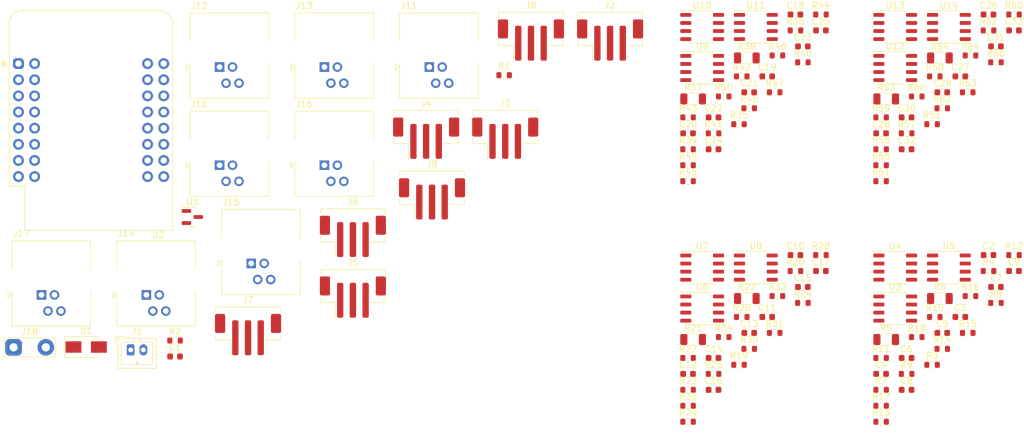
<source format=kicad_pcb>
(kicad_pcb (version 20211014) (generator pcbnew)
  (layers (0 "F.Cu" signal) (31 "B.Cu" signal) (34 "B.Paste" user) (35 "F.Paste" user) (36 "B.SilkS" user "B.Silkscreen") (37 "F.SilkS" user "F.Silkscreen") (38 "B.Mask" user) (39 "F.Mask" user) (44 "Edge.Cuts" user))
  (net 0 "")
  (net 1 "+5V")
  (net 2 "GND")
  (net 3 "+3V3")
  (net 4 "/motor_output_1/MOT1_A")
  (net 5 "Net-(C5-Pad2)")
  (net 6 "/motor_output_1/MOT2_A")
  (net 7 "Net-(C6-Pad2)")
  (net 8 "+2V5")
  (net 9 "CUR1")
  (net 10 "CUR2")
  (net 11 "/motor_output_2/MOT1_A")
  (net 12 "Net-(C13-Pad2)")
  (net 13 "/motor_output_2/MOT2_A")
  (net 14 "Net-(C14-Pad2)")
  (net 15 "CUR3")
  (net 16 "CUR4")
  (net 17 "/motor_output_3/MOT1_A")
  (net 18 "Net-(C21-Pad2)")
  (net 19 "/motor_output_3/MOT2_A")
  (net 20 "Net-(C22-Pad2)")
  (net 21 "CUR5")
  (net 22 "CUR6")
  (net 23 "/motor_output_4/MOT1_A")
  (net 24 "Net-(C29-Pad2)")
  (net 25 "/motor_output_4/MOT2_A")
  (net 26 "Net-(C30-Pad2)")
  (net 27 "CUR7")
  (net 28 "CUR8")
  (net 29 "Net-(D1-Pad2)")
  (net 30 "/DS18B20")
  (net 32 "/motor_output_1/MOT1_B")
  (net 35 "/motor_output_1/MOT2_B")
  (net 38 "/motor_output_2/MOT1_B")
  (net 41 "/motor_output_2/MOT2_B")
  (net 44 "/motor_output_3/MOT1_B")
  (net 47 "/motor_output_3/MOT2_B")
  (net 50 "/motor_output_4/MOT1_B")
  (net 53 "/motor_output_4/MOT2_B")
  (net 55 "Net-(U2-Pad32)")
  (net 56 "Net-(U2-Pad16)")
  (net 57 "Net-(R13-Pad2)")
  (net 58 "Net-(R15-Pad2)")
  (net 59 "Net-(R10-Pad2)")
  (net 60 "Net-(R11-Pad1)")
  (net 61 "Net-(R13-Pad1)")
  (net 62 "Net-(R15-Pad1)")
  (net 63 "Net-(R19-Pad1)")
  (net 64 "Net-(R20-Pad1)")
  (net 65 "Net-(R23-Pad1)")
  (net 66 "Net-(R24-Pad1)")
  (net 67 "Net-(R29-Pad1)")
  (net 68 "Net-(R31-Pad1)")
  (net 69 "Net-(R35-Pad1)")
  (net 70 "Net-(R36-Pad1)")
  (net 71 "Net-(R39-Pad1)")
  (net 72 "Net-(R40-Pad1)")
  (net 73 "Net-(R45-Pad1)")
  (net 74 "Net-(R47-Pad1)")
  (net 75 "Net-(R51-Pad1)")
  (net 76 "Net-(R52-Pad1)")
  (net 77 "Net-(R55-Pad1)")
  (net 78 "Net-(R56-Pad1)")
  (net 79 "Net-(R61-Pad1)")
  (net 80 "Net-(R63-Pad1)")
  (net 82 "IN1_A")
  (net 83 "IN2_A")
  (net 84 "IN2_B")
  (net 85 "IN4_A")
  (net 86 "IN5_A")
  (net 87 "IN6_A")
  (net 88 "IN7_A")
  (net 89 "IN8_A")
  (net 90 "IN1_B")
  (net 91 "IN3_A")
  (net 92 "IN3_B")
  (net 93 "IN4_B")
  (net 94 "IN5_B")
  (net 95 "IN6_B")
  (net 96 "IN7_B")
  (net 97 "IN8_B")
  (footprint "Connector_JST:JST_PH_B3B-PH-SM4-TB_1x03-1MP_P2.00mm_Vertical" (layer "F.Cu") (at 172.6 49.26)
    (fp_text reference "J2" (at 0 -5.45) (layer "F.SilkS"))
    (fp_text value "DS18B20_1")
    (pad "1" smd roundrect (at -2 0.5) (size 1 5.5) (layers "F.Cu" "F.Paste" "F.Mask") (net 1 "+5V"))
    (pad "2" smd roundrect (at 0 0.5) (size 1 5.5) (layers "F.Cu" "F.Paste" "F.Mask") (net 30 "/DS18B20"))
    (pad "3" smd roundrect (at 2 0.5) (size 1 5.5) (layers "F.Cu" "F.Paste" "F.Mask") (net 2 "GND"))
    (pad "MP" smd roundrect (at 4.4 -1.75) (size 1.6 3) (layers "F.Cu" "F.Paste" "F.Mask") (roundrect_rratio 0.15625))
    (pad "MP" smd roundrect (at -4.4 -1.75) (size 1.6 3) (layers "F.Cu" "F.Paste" "F.Mask") (roundrect_rratio 0.15625))
  )
  (footprint "Resistor_SMD:R_0603_1608Metric" (layer "F.Cu") (at 223.27 62.51)
    (fp_text reference "R51" (at 0 -1.43) (layer "F.SilkS"))
    (fp_text value "330R")
    (pad "1" smd roundrect (at -0.825 0) (size 0.8 0.95) (layers "F.Cu" "F.Paste" "F.Mask") (net 75 "Net-(R51-Pad1)"))
    (pad "2" smd roundrect (at 0.825 0) (size 0.8 0.95) (layers "F.Cu" "F.Paste" "F.Mask") (net 24 "Net-(C29-Pad2)"))
  )
  (footprint "Resistor_SMD:R_0603_1608Metric" (layer "F.Cu") (at 229.31 51.69)
    (fp_text reference "R64" (at 0 -1.43) (layer "F.SilkS"))
    (fp_text value "47k")
    (pad "1" smd roundrect (at -0.825 0) (size 0.8 0.95) (layers "F.Cu" "F.Paste" "F.Mask") (net 80 "Net-(R63-Pad1)"))
    (pad "2" smd roundrect (at 0.825 0) (size 0.8 0.95) (layers "F.Cu" "F.Paste" "F.Mask") (net 76 "Net-(R52-Pad1)"))
  )
  (footprint "Resistor_SMD:R_0603_1608Metric" (layer "F.Cu") (at 184.87 99.29)
    (fp_text reference "R27" (at 0 -1.43) (layer "F.SilkS"))
    (fp_text value "47k")
    (pad "1" smd roundrect (at -0.825 0) (size 0.8 0.95) (layers "F.Cu" "F.Paste" "F.Mask") (net 66 "Net-(R24-Pad1)"))
    (pad "2" smd roundrect (at 0.825 0) (size 0.8 0.95) (layers "F.Cu" "F.Paste" "F.Mask") (net 8 "+2V5"))
  )
  (footprint "Capacitor_SMD:C_0603_1608Metric" (layer "F.Cu") (at 201.77 45.24)
    (fp_text reference "C18" (at 0 -1.43) (layer "F.SilkS"))
    (fp_text value "100n")
    (pad "1" smd roundrect (at -0.775 0) (size 0.9 0.95) (layers "F.Cu" "F.Paste" "F.Mask") (net 3 "+3V3"))
    (pad "2" smd roundrect (at 0.775 0) (size 0.9 0.95) (layers "F.Cu" "F.Paste" "F.Mask") (net 2 "GND"))
  )
  (footprint "Capacitor_SMD:C_0603_1608Metric" (layer "F.Cu") (at 224.87 95.35)
    (fp_text reference "C5" (at 0 -1.43) (layer "F.SilkS"))
    (fp_text value "100n")
    (pad "1" smd roundrect (at -0.775 0) (size 0.9 0.95) (layers "F.Cu" "F.Paste" "F.Mask") (net 4 "/motor_output_1/MOT1_A"))
    (pad "2" smd roundrect (at 0.775 0) (size 0.9 0.95) (layers "F.Cu" "F.Paste" "F.Mask") (net 5 "Net-(C5-Pad2)"))
  )
  (footprint "Resistor_SMD:R_0603_1608Metric" (layer "F.Cu") (at 188.88 101.8)
    (fp_text reference "R25" (at 0 -1.43) (layer "F.SilkS"))
    (fp_text value "47k")
    (pad "1" smd roundrect (at -0.825 0) (size 0.8 0.95) (layers "F.Cu" "F.Paste" "F.Mask") (net 65 "Net-(R23-Pad1)"))
    (pad "2" smd roundrect (at 0.825 0) (size 0.8 0.95) (layers "F.Cu" "F.Paste" "F.Mask") (net 8 "+2V5"))
  )
  (footprint "Package_SO:SO-8_3.9x4.9mm_P1.27mm" (layer "F.Cu") (at 217.47 47.21)
    (fp_text reference "U13" (at 0 -3.4) (layer "F.SilkS"))
    (fp_text value "L9110S")
    (pad "1" smd roundrect (at -2.575 -1.905) (size 1.75 0.6) (layers "F.Cu" "F.Paste" "F.Mask") (net 23 "/motor_output_4/MOT1_A"))
    (pad "2" smd roundrect (at -2.575 -0.635) (size 1.75 0.6) (layers "F.Cu" "F.Paste" "F.Mask") (net 1 "+5V"))
    (pad "3" smd roundrect (at -2.575 0.635) (size 1.75 0.6) (layers "F.Cu" "F.Paste" "F.Mask") (net 1 "+5V"))
    (pad "4" smd roundrect (at -2.575 1.905) (size 1.75 0.6) (layers "F.Cu" "F.Paste" "F.Mask") (net 24 "Net-(C29-Pad2)"))
    (pad "5" smd roundrect (at 2.575 1.905) (size 1.75 0.6) (layers "F.Cu" "F.Paste" "F.Mask") (net 2 "GND"))
    (pad "6" smd roundrect (at 2.575 0.635) (size 1.75 0.6) (layers "F.Cu" "F.Paste" "F.Mask") (net 88 "IN7_A"))
    (pad "7" smd roundrect (at 2.575 -0.635) (size 1.75 0.6) (layers "F.Cu" "F.Paste" "F.Mask") (net 96 "IN7_B"))
    (pad "8" smd roundrect (at 2.575 -1.905) (size 1.75 0.6) (layers "F.Cu" "F.Paste" "F.Mask") (net 2 "GND"))
  )
  (footprint "Connector_JST:JST_PH_B3B-PH-SM4-TB_1x03-1MP_P2.00mm_Vertical" (layer "F.Cu") (at 144.58 74.26)
    (fp_text reference "J9" (at 0 -5.45) (layer "F.SilkS"))
    (fp_text value "DS18B20_8")
    (pad "1" smd roundrect (at -2 0.5) (size 1 5.5) (layers "F.Cu" "F.Paste" "F.Mask") (net 1 "+5V"))
    (pad "2" smd roundrect (at 0 0.5) (size 1 5.5) (layers "F.Cu" "F.Paste" "F.Mask") (net 30 "/DS18B20"))
    (pad "3" smd roundrect (at 2 0.5) (size 1 5.5) (layers "F.Cu" "F.Paste" "F.Mask") (net 2 "GND"))
    (pad "MP" smd roundrect (at -4.4 -1.75) (size 1.6 3) (layers "F.Cu" "F.Paste" "F.Mask") (roundrect_rratio 0.15625))
    (pad "MP" smd roundrect (at 4.4 -1.75) (size 1.6 3) (layers "F.Cu" "F.Paste" "F.Mask") (roundrect_rratio 0.15625))
  )
  (footprint "Resistor_SMD:R_0603_1608Metric" (layer "F.Cu") (at 205.78 45.24)
    (fp_text reference "R44" (at 0 -1.43) (layer "F.SilkS"))
    (fp_text value "47k")
    (pad "1" smd roundrect (at -0.825 0) (size 0.8 0.95) (layers "F.Cu" "F.Paste" "F.Mask") (net 2 "GND"))
    (pad "2" smd roundrect (at 0.825 0) (size 0.8 0.95) (layers "F.Cu" "F.Paste" "F.Mask") (net 72 "Net-(R40-Pad1)"))
  )
  (footprint "Capacitor_SMD:C_0603_1608Metric" (layer "F.Cu") (at 233.32 88.12)
    (fp_text reference "C7" (at 0 -1.43) (layer "F.SilkS"))
    (fp_text value "100n")
    (pad "1" smd roundrect (at -0.775 0) (size 0.9 0.95) (layers "F.Cu" "F.Paste" "F.Mask") (net 8 "+2V5"))
    (pad "2" smd roundrect (at 0.775 0) (size 0.9 0.95) (layers "F.Cu" "F.Paste" "F.Mask") (net 2 "GND"))
  )
  (footprint "Resistor_SMD:R_0603_1608Metric" (layer "F.Cu") (at 215.25 71.47)
    (fp_text reference "R61" (at 0 -1.43) (layer "F.SilkS"))
    (fp_text value "47k")
    (pad "1" smd roundrect (at -0.825 0) (size 0.8 0.95) (layers "F.Cu" "F.Paste" "F.Mask") (net 79 "Net-(R61-Pad1)"))
    (pad "2" smd roundrect (at 0.825 0) (size 0.8 0.95) (layers "F.Cu" "F.Paste" "F.Mask") (net 75 "Net-(R51-Pad1)"))
  )
  (footprint "Resistor_SMD:R_0603_1608Metric" (layer "F.Cu") (at 194.49 97.86)
    (fp_text reference "R30" (at 0 -1.43) (layer "F.SilkS"))
    (fp_text value "47k")
    (pad "1" smd roundrect (at -0.825 0) (size 0.8 0.95) (layers "F.Cu" "F.Paste" "F.Mask") (net 67 "Net-(R29-Pad1)"))
    (pad "2" smd roundrect (at 0.825 0) (size 0.8 0.95) (layers "F.Cu" "F.Paste" "F.Mask") (net 63 "Net-(R19-Pad1)"))
  )
  (footprint "Resistor_SMD:R_0603_1608Metric" (layer "F.Cu") (at 192.89 62.51)
    (fp_text reference "R35" (at 0 -1.43) (layer "F.SilkS"))
    (fp_text value "330R")
    (pad "1" smd roundrect (at -0.825 0) (size 0.8 0.95) (layers "F.Cu" "F.Paste" "F.Mask") (net 69 "Net-(R35-Pad1)"))
    (pad "2" smd roundrect (at 0.825 0) (size 0.8 0.95) (layers "F.Cu" "F.Paste" "F.Mask") (net 18 "Net-(C21-Pad2)"))
  )
  (footprint "Capacitor_SMD:C_0603_1608Metric" (layer "F.Cu") (at 205.78 47.75)
    (fp_text reference "C25" (at 0 -1.43) (layer "F.SilkS"))
    (fp_text value "1n")
    (pad "1" smd roundrect (at -0.775 0) (size 0.9 0.95) (layers "F.Cu" "F.Paste" "F.Mask") (net 22 "CUR6"))
    (pad "2" smd roundrect (at 0.775 0) (size 0.9 0.95) (layers "F.Cu" "F.Paste" "F.Mask") (net 2 "GND"))
  )
  (footprint "Resistor_SMD:R_0603_1608Metric" (layer "F.Cu") (at 233.32 52.77)
    (fp_text reference "R56" (at 0 -1.43) (layer "F.SilkS"))
    (fp_text value "330R")
    (pad "1" smd roundrect (at -0.825 0) (size 0.8 0.95) (layers "F.Cu" "F.Paste" "F.Mask") (net 78 "Net-(R56-Pad1)"))
    (pad "2" smd roundrect (at 0.825 0) (size 0.8 0.95) (layers "F.Cu" "F.Paste" "F.Mask") (net 53 "/motor_output_4/MOT2_B"))
  )
  (footprint "Capacitor_SMD:C_0603_1608Metric" (layer "F.Cu") (at 184.87 101.8)
    (fp_text reference "C12" (at 0 -1.43) (layer "F.SilkS"))
    (fp_text value "100n")
    (pad "1" smd roundrect (at -0.775 0) (size 0.9 0.95) (layers "F.Cu" "F.Paste" "F.Mask") (net 1 "+5V"))
    (pad "2" smd roundrect (at 0.775 0) (size 0.9 0.95) (layers "F.Cu" "F.Paste" "F.Mask") (net 2 "GND"))
  )
  (footprint "Resistor_SMD:R_0603_1608Metric" (layer "F.Cu") (at 201.77 85.61)
    (fp_text reference "R20" (at 0 -1.43) (layer "F.SilkS"))
    (fp_text value "330R")
    (pad "1" smd roundrect (at -0.825 0) (size 0.8 0.95) (layers "F.Cu" "F.Paste" "F.Mask") (net 64 "Net-(R20-Pad1)"))
    (pad "2" smd roundrect (at 0.825 0) (size 0.8 0.95) (layers "F.Cu" "F.Paste" "F.Mask") (net 14 "Net-(C14-Pad2)"))
  )
  (footprint "Resistor_SMD:R_1206_3216Metric" (layer "F.Cu") (at 194.12 89.94)
    (fp_text reference "R22" (at 0 -1.82) (layer "F.SilkS"))
    (fp_text value "0R1")
    (pad "1" smd roundrect (at -1.4625 0) (size 1.125 1.75) (layers "F.Cu" "F.Paste" "F.Mask") (roundrect_rratio 0.222222) (net 14 "Net-(C14-Pad2)"))
    (pad "2" smd roundrect (at 1.4625 0) (size 1.125 1.75) (layers "F.Cu" "F.Paste" "F.Mask") (roundrect_rratio 0.222222) (net 41 "/motor_output_2/MOT2_B"))
  )
  (footprint "Resistor_SMD:R_0603_1608Metric" (layer "F.Cu") (at 223.7 92.84)
    (fp_text reference "R10" (at 0 -1.43) (layer "F.SilkS"))
    (fp_text value "47k")
    (pad "1" smd roundrect (at -0.825 0) (size 0.8 0.95) (layers "F.Cu" "F.Paste" "F.Mask") (net 2 "GND"))
    (pad "2" smd roundrect (at 0.825 0) (size 0.8 0.95) (layers "F.Cu" "F.Paste" "F.Mask") (net 59 "Net-(R10-Pad2)"))
  )
  (footprint "Capacitor_SMD:C_0603_1608Metric" (layer "F.Cu") (at 205.78 85.61)
    (fp_text reference "C17" (at 0 -1.43) (layer "F.SilkS"))
    (fp_text value "1n")
    (pad "1" smd roundrect (at -0.775 0) (size 0.9 0.95) (layers "F.Cu" "F.Paste" "F.Mask") (net 16 "CUR4"))
    (pad "2" smd roundrect (at 0.775 0) (size 0.9 0.95) (layers "F.Cu" "F.Paste" "F.Mask") (net 2 "GND"))
  )
  (footprint "Capacitor_SMD:C_0603_1608Metric" (layer "F.Cu") (at 219.26 104.31)
    (fp_text reference "C8" (at 0 -1.43) (layer "F.SilkS"))
    (fp_text value "1n")
    (pad "1" smd roundrect (at -0.775 0) (size 0.9 0.95) (layers "F.Cu" "F.Paste" "F.Mask") (net 9 "CUR1"))
    (pad "2" smd roundrect (at 0.775 0) (size 0.9 0.95) (layers "F.Cu" "F.Paste" "F.Mask") (net 2 "GND"))
  )
  (footprint "Capacitor_SMD:C_0603_1608Metric" (layer "F.Cu") (at 224.87 57.49)
    (fp_text reference "C29" (at 0 -1.43) (layer "F.SilkS"))
    (fp_text value "100n")
    (pad "1" smd roundrect (at -0.775 0) (size 0.9 0.95) (layers "F.Cu" "F.Paste" "F.Mask") (net 23 "/motor_output_4/MOT1_A"))
    (pad "2" smd roundrect (at 0.775 0) (size 0.9 0.95) (layers "F.Cu" "F.Paste" "F.Mask") (net 24 "Net-(C29-Pad2)"))
  )
  (footprint "Resistor_SMD:R_0603_1608Metric" (layer "F.Cu") (at 190.48 58.14)
    (fp_text reference "R50" (at 0 -1.43) (layer "F.SilkS"))
    (fp_text value "330R")
    (pad "1" smd roundrect (at -0.825 0) (size 0.8 0.95) (layers "F.Cu" "F.Paste" "F.Mask") (net 22 "CUR6"))
    (pad "2" smd roundrect (at 0.825 0) (size 0.8 0.95) (layers "F.Cu" "F.Paste" "F.Mask") (net 74 "Net-(R47-Pad1)"))
  )
  (footprint "Resistor_SMD:R_1206_3216Metric" (layer "F.Cu") (at 224.5 52.08)
    (fp_text reference "R54" (at 0 -1.82) (layer "F.SilkS"))
    (fp_text value "0R1")
    (pad "1" smd roundrect (at -1.4625 0) (size 1.125 1.75) (layers "F.Cu" "F.Paste" "F.Mask") (roundrect_rratio 0.222222) (net 26 "Net-(C30-Pad2)"))
    (pad "2" smd roundrect (at 1.4625 0) (size 1.125 1.75) (layers "F.Cu" "F.Paste" "F.Mask") (roundrect_rratio 0.222222) (net 53 "/motor_output_4/MOT2_B"))
  )
  (footprint "Connector_RJ:RJ14_Connfly_DS1133-S4_Horizontal" (layer "F.Cu") (at 99.62812 89.37)
    (fp_text reference "J14" (at -3.2 -9.64 180) (layer "F.SilkS"))
    (fp_text value "VALVE5")
    (pad "" np_thru_hole circle (at -4.47 -2.3 180) (size 2.3 2.3) (drill 2.3) (layers *.Cu *.Mask))
    (pad "" np_thru_hole circle (at 7.53 -2.3 180) (size 2.3 2.3) (drill 2.3) (layers *.Cu *.Mask))
    (pad "1" thru_hole rect (at 0 0 180) (size 1.5 1.5) (drill 0.9) (layers *.Cu *.Mask) (net 17 "/motor_output_3/MOT1_A"))
    (pad "2" thru_hole circle (at 1.02 2.54 180) (size 1.5 1.5) (drill 0.9) (layers *.Cu *.Mask))
    (pad "3" thru_hole circle (at 2.04 0 180) (size 1.5 1.5) (drill 0.9) (layers *.Cu *.Mask) (net 44 "/motor_output_3/MOT1_B"))
    (pad "4" thru_hole circle (at 3.06 2.54 180) (size 1.5 1.5) (drill 0.9) (layers *.Cu *.Mask))
  )
  (footprint "Resistor_SMD:R_1206_3216Metric" (layer "F.Cu") (at 185.67 58.53)
    (fp_text reference "R37" (at 0 -1.82) (layer "F.SilkS"))
    (fp_text value "0R1")
    (pad "1" smd roundrect (at -1.4625 0) (size 1.125 1.75) (layers "F.Cu" "F.Paste" "F.Mask") (roundrect_rratio 0.222222) (net 18 "Net-(C21-Pad2)"))
    (pad "2" smd roundrect (at 1.4625 0) (size 1.125 1.75) (layers "F.Cu" "F.Paste" "F.Mask") (roundrect_rratio 0.222222) (net 44 "/motor_output_3/MOT1_B"))
  )
  (footprint "Package_SO:SO-8_3.9x4.9mm_P1.27mm" (layer "F.Cu") (at 187.09 53.66)
    (fp_text reference "U9" (at 0 -3.4) (layer "F.SilkS"))
    (fp_text value "LM358")
    (pad "1" smd roundrect (at -2.575 -1.905) (size 1.75 0.6) (layers "F.Cu" "F.Paste" "F.Mask") (net 73 "Net-(R45-Pad1)"))
    (pad "2" smd roundrect (at -2.575 -0.635) (size 1.75 0.6) (layers "F.Cu" "F.Paste" "F.Mask") (net 69 "Net-(R35-Pad1)"))
    (pad "3" smd roundrect (at -2.575 0.635) (size 1.75 0.6) (layers "F.Cu" "F.Paste" "F.Mask") (net 71 "Net-(R39-Pad1)"))
    (pad "4" smd roundrect (at -2.575 1.905) (size 1.75 0.6) (layers "F.Cu" "F.Paste" "F.Mask") (net 2 "GND"))
    (pad "5" smd roundrect (at 2.575 1.905) (size 1.75 0.6) (layers "F.Cu" "F.Paste" "F.Mask") (net 72 "Net-(R40-Pad1)"))
    (pad "6" smd roundrect (at 2.575 0.635) (size 1.75 0.6) (layers "F.Cu" "F.Paste" "F.Mask") (net 70 "Net-(R36-Pad1)"))
    (pad "7" smd roundrect (at 2.575 -0.635) (size 1.75 0.6) (layers "F.Cu" "F.Paste" "F.Mask") (net 74 "Net-(R47-Pad1)"))
    (pad "8" smd roundrect (at 2.575 -1.905) (size 1.75 0.6) (layers "F.Cu" "F.Paste" "F.Mask") (net 3 "+3V3"))
  )
  (footprint "Resistor_SMD:R_0603_1608Metric" (layer "F.Cu") (at 194.49 60)
    (fp_text reference "R46" (at 0 -1.43) (layer "F.SilkS"))
    (fp_text value "47k")
    (pad "1" smd roundrect (at -0.825 0) (size 0.8 0.95) (layers "F.Cu" "F.Paste" "F.Mask") (net 73 "Net-(R45-Pad1)"))
    (pad "2" smd roundrect (at 0.825 0) (size 0.8 0.95) (layers "F.Cu" "F.Paste" "F.Mask") (net 69 "Net-(R35-Pad1)"))
  )
  (footprint "Capacitor_SMD:C_0603_1608Metric" (layer "F.Cu") (at 202.94 50.26)
    (fp_text reference "C23" (at 0 -1.43) (layer "F.SilkS"))
    (fp_text value "100n")
    (pad "1" smd roundrect (at -0.775 0) (size 0.9 0.95) (layers "F.Cu" "F.Paste" "F.Mask") (net 8 "+2V5"))
    (pad "2" smd roundrect (at 0.775 0) (size 0.9 0.95) (layers "F.Cu" "F.Paste" "F.Mask") (net 2 "GND"))
  )
  (footprint "Resistor_SMD:R_1206_3216Metric" (layer "F.Cu") (at 194.12 52.08)
    (fp_text reference "R38" (at 0 -1.82) (layer "F.SilkS"))
    (fp_text value "0R1")
    (pad "1" smd roundrect (at -1.4625 0) (size 1.125 1.75) (layers "F.Cu" "F.Paste" "F.Mask") (roundrect_rratio 0.222222) (net 20 "Net-(C22-Pad2)"))
    (pad "2" smd roundrect (at 1.4625 0) (size 1.125 1.75) (layers "F.Cu" "F.Paste" "F.Mask") (roundrect_rratio 0.222222) (net 47 "/motor_output_3/MOT2_B"))
  )
  (footprint "Wemos S2 mini:WEMOS_S2_mini" (layer "F.Cu") (at 79.505 52.97)
    (fp_text reference "U2" (at 22 27) (layer "F.SilkS"))
    (fp_text value "WeMos_S2_mini")
    (pad "1" thru_hole roundrect (at 0 0) (size 1.7 1.7) (drill 1) (layers *.Cu *.Mask) (roundrect_rratio 0.35) (chamfer_ratio 0.2) (chamfer top_left bottom_right))
    (pad "2" thru_hole circle (at 0 2.54) (size 1.7 1.7) (drill 1) (layers *.Cu *.Mask) (net 15 "CUR3"))
    (pad "3" thru_hole circle (at 0 5.08) (size 1.7 1.7) (drill 1) (layers *.Cu *.Mask) (net 21 "CUR5"))
    (pad "4" thru_hole circle (at 0 7.62) (size 1.7 1.7) (drill 1) (layers *.Cu *.Mask) (net 27 "CUR7"))
    (pad "5" thru_hole circle (at 0 10.16) (size 1.7 1.7) (drill 1) (layers *.Cu *.Mask) (net 82 "IN1_A"))
    (pad "6" thru_hole circle (at 0 12.7) (size 1.7 1.7) (drill 1) (layers *.Cu *.Mask) (net 83 "IN2_A"))
    (pad "7" thru_hole circle (at 0 15.24) (size 1.7 1.7) (drill 1) (layers *.Cu *.Mask) (net 84 "IN2_B"))
    (pad "8" thru_hole circle (at 0 17.78) (size 1.7 1.7) (drill 1) (layers *.Cu *.Mask) (net 3 "+3V3"))
    (pad "9" thru_hole circle (at 22.86 17.78) (size 1.7 1.7) (drill 1) (layers *.Cu *.Mask) (net 1 "+5V"))
    (pad "10" thru_hole circle (at 22.86 15.24) (size 1.7 1.7) (drill 1) (layers *.Cu *.Mask) (net 2 "GND"))
    (pad "11" thru_hole circle (at 22.86 12.7) (size 1.7 1.7) (drill 1) (layers *.Cu *.Mask) (net 85 "IN4_A"))
    (pad "12" thru_hole circle (at 22.86 10.16) (size 1.7 1.7) (drill 1) (layers *.Cu *.Mask) (net 86 "IN5_A"))
    (pad "13" thru_hole circle (at 22.86 7.62) (size 1.7 1.7) (drill 1) (layers *.Cu *.Mask) (net 87 "IN6_A"))
    (pad "14" thru_hole circle (at 22.86 5.08) (size 1.7 1.7) (drill 1) (layers *.Cu *.Mask) (net 88 "IN7_A"))
    (pad "15" thru_hole circle (at 22.86 2.54) (size 1.7 1.7) (drill 1) (layers *.Cu *.Mask) (net 89 "IN8_A"))
    (pad "16" thru_hole circle (at 22.86 0) (size 1.7 1.7) (drill 1) (layers *.Cu *.Mask) (net 56 "Net-(U2-Pad16)"))
    (pad "17" thru_hole circle (at 2.54 0) (size 1.7 1.7) (drill 1) (layers *.Cu *.Mask) (net 9 "CUR1"))
    (pad "18" thru_hole circle (at 2.54 2.54) (size 1.7 1.7) (drill 1) (layers *.Cu *.Mask) (net 10 "CUR2"))
    (pad "19" thru_hole circle (at 2.54 5.08) (size 1.7 1.7) (drill 1) (layers *.Cu *.Mask) (net 16 "CUR4"))
    (pad "20" thru_hole circle (at 2.54 7.62) (size 1.7 1.7) (drill 1) (layers *.Cu *.Mask) (net 22 "CUR6"))
    (pad "21" thru_hole circle (at 2.54 10.16) (size 1.7 1.7) (drill 1) (layers *.Cu *.Mask) (net 28 "CUR8"))
    (pad "22" thru_hole circle (at 2.54 12.7) (size 1.7 1.7) (drill 1) (layers *.Cu *.Mask) (net 90 "IN1_B"))
    (pad "23" thru_hole circle (at 2.54 15.24) (size 1.7 1.7) (drill 1) (layers *.Cu *.Mask) (net 91 "IN3_A"))
    (pad "24" thru_hole circle (at 2.54 17.78) (size 1.7 1.7) (drill 1) (layers *.Cu *.Mask) (net 92 "IN3_B"))
    (pad "25" thru_hole circle (at 20.32 17.78) (size 1.7 1.7) (drill 1) (layers *.Cu *.Mask) (net 30 "/DS18B20"))
    (pad "26" thru_hole circle (at 20.32 15.24) (size 1.7 1.7) (drill 1) (layers *.Cu *.Mask) (net 2 "GND"))
    (pad "27" thru_hole circle (at 20.32 12.7) (size 1.7 1.7) (drill 1) (layers *.Cu *.Mask) (net 93 "IN4_B"))
    (pad "28" thru_hole circle (at 20.32 10.16) (size 1.7 1.7) (drill 1) (layers *.Cu *.Mask) (net 94 "IN5_B"))
    (pad "29" thru_hole circle (at 20.32 7.62) (size 1.7 1.7) (drill 1) (layers *.Cu *.Mask) (net 95 "IN6_B"))
    (pad "30" thru_hole circle (at 20.32 5.08) (size 1.7 1.7) (drill 1) (layers *.Cu *.Mask) (net 96 "IN7_B"))
    (pad "31" thru_hole circle (at 20.32 2.54) (size 1.7 1.7) (drill 1) (layers *.Cu *.Mask) (net 97 "IN8_B"))
    (pad "32" thru_hole circle (at 20.32 0) (size 1.7 1.7) (drill 1) (layers *.Cu *.Mask) (net 55 "Net-(U2-Pad32)"))
  )
  (footprint "Resistor_SMD:R_0603_1608Metric" (layer "F.Cu") (at 220.86 96)
    (fp_text reference "R18" (at 0 -1.43) (layer "F.SilkS"))
    (fp_text value "330R")
    (pad "1" smd roundrect (at -0.825 0) (size 0.8 0.95) (layers "F.Cu" "F.Paste" "F.Mask") (net 10 "CUR2"))
    (pad "2" smd roundrect (at 0.825 0) (size 0.8 0.95) (layers "F.Cu" "F.Paste" "F.Mask") (net 62 "Net-(R15-Pad1)"))
  )
  (footprint "Resistor_SMD:R_0603_1608Metric" (layer "F.Cu") (at 215.25 104.31)
    (fp_text reference "R7" (at 0 -1.43) (layer "F.SilkS"))
    (fp_text value "330R")
    (pad "1" smd roundrect (at -0.825 0) (size 0.8 0.95) (layers "F.Cu" "F.Paste" "F.Mask") (net 59 "Net-(R10-Pad2)"))
    (pad "2" smd roundrect (at 0.825 0) (size 0.8 0.95) (layers "F.Cu" "F.Paste" "F.Mask") (net 32 "/motor_output_1/MOT1_B"))
  )
  (footprint "Resistor_SMD:R_0603_1608Metric" (layer "F.Cu") (at 215.25 106.82)
    (fp_text reference "R17" (at 0 -1.43) (layer "F.SilkS"))
    (fp_text value "330R")
    (pad "1" smd roundrect (at -0.825 0) (size 0.8 0.95) (layers "F.Cu" "F.Paste" "F.Mask") (net 9 "CUR1"))
    (pad "2" smd roundrect (at 0.825 0) (size 0.8 0.95) (layers "F.Cu" "F.Paste" "F.Mask") (net 61 "Net-(R13-Pad1)"))
  )
  (footprint "Package_SO:SO-8_3.9x4.9mm_P1.27mm" (layer "F.Cu") (at 187.09 85.07)
    (fp_text reference "U7" (at 0 -3.4) (layer "F.SilkS"))
    (fp_text value "L9110S")
    (pad "1" smd roundrect (at -2.575 -1.905) (size 1.75 0.6) (layers "F.Cu" "F.Paste" "F.Mask") (net 11 "/motor_output_2/MOT1_A"))
    (pad "2" smd roundrect (at -2.575 -0.635) (size 1.75 0.6) (layers "F.Cu" "F.Paste" "F.Mask") (net 1 "+5V"))
    (pad "3" smd roundrect (at -2.575 0.635) (size 1.75 0.6) (layers "F.Cu" "F.Paste" "F.Mask") (net 1 "+5V"))
    (pad "4" smd roundrect (at -2.575 1.905) (size 1.75 0.6) (layers "F.Cu" "F.Paste" "F.Mask") (net 12 "Net-(C13-Pad2)"))
    (pad "5" smd roundrect (at 2.575 1.905) (size 1.75 0.6) (layers "F.Cu" "F.Paste" "F.Mask") (net 2 "GND"))
    (pad "6" smd roundrect (at 2.575 0.635) (size 1.75 0.6) (layers "F.Cu" "F.Paste" "F.Mask") (net 91 "IN3_A"))
    (pad "7" smd roundrect (at 2.575 -0.635) (size 1.75 0.6) (layers "F.Cu" "F.Paste" "F.Mask") (net 92 "IN3_B"))
    (pad "8" smd roundrect (at 2.575 -1.905) (size 1.75 0.6) (layers "F.Cu" "F.Paste" "F.Mask") (net 2 "GND"))
  )
  (footprint "Capacitor_SMD:C_0603_1608Metric" (layer "F.Cu") (at 236.16 47.75)
    (fp_text reference "C33" (at 0 -1.43) (layer "F.SilkS"))
    (fp_text value "1n")
    (pad "1" smd roundrect (at -0.775 0) (size 0.9 0.95) (layers "F.Cu" "F.Paste" "F.Mask") (net 28 "CUR8"))
    (pad "2" smd roundrect (at 0.775 0) (size 0.9 0.95) (layers "F.Cu" "F.Paste" "F.Mask") (net 2 "GND"))
  )
  (footprint "Connector_RJ:RJ14_Connfly_DS1133-S4_Horizontal" (layer "F.Cu") (at 111.14812 68.96)
    (fp_text reference "J10" (at -3.2 -9.64 180) (layer "F.SilkS"))
    (fp_text value "VALVE1")
    (pad "" np_thru_hole circle (at -4.47 -2.3 180) (size 2.3 2.3) (drill 2.3) (layers *.Cu *.Mask))
    (pad "" np_thru_hole circle (at 7.53 -2.3 180) (size 2.3 2.3) (drill 2.3) (layers *.Cu *.Mask))
    (pad "1" thru_hole rect (at 0 0 180) (size 1.5 1.5) (drill 0.9) (layers *.Cu *.Mask) (net 4 "/motor_output_1/MOT1_A"))
    (pad "2" thru_hole circle (at 1.02 2.54 180) (size 1.5 1.5) (drill 0.9) (layers *.Cu *.Mask))
    (pad "3" thru_hole circle (at 2.04 0 180) (size 1.5 1.5) (drill 0.9) (layers *.Cu *.Mask) (net 32 "/motor_output_1/MOT1_B"))
    (pad "4" thru_hole circle (at 3.06 2.54 180) (size 1.5 1.5) (drill 0.9) (layers *.Cu *.Mask))
  )
  (footprint "Resistor_SMD:R_0603_1608Metric" (layer "F.Cu") (at 201.77 47.75)
    (fp_text reference "R36" (at 0 -1.43) (layer "F.SilkS"))
    (fp_text value "330R")
    (pad "1" smd roundrect (at -0.825 0) (size 0.8 0.95) (layers "F.Cu" "F.Paste" "F.Mask") (net 70 "Net-(R36-Pad1)"))
    (pad "2" smd roundrect (at 0.825 0) (size 0.8 0.95) (layers "F.Cu" "F.Paste" "F.Mask") (net 20 "Net-(C22-Pad2)"))
  )
  (footprint "Resistor_SMD:R_0603_1608Metric" (layer "F.Cu") (at 224.87 60)
    (fp_text reference "R62" (at 0 -1.43) (layer "F.SilkS"))
    (fp_text value "47k")
    (pad "1" smd roundrect (at -0.825 0) (size 0.8 0.95) (layers "F.Cu" "F.Paste" "F.Mask") (net 79 "Net-(R61-Pad1)"))
    (pad "2" smd roundrect (at 0.825 0) (size 0.8 0.95) (layers "F.Cu" "F.Paste" "F.Mask") (net 75 "Net-(R51-Pad1)"))
  )
  (footprint "Resistor_SMD:R_0603_1608Metric" (layer "F.Cu") (at 228.88 95.35)
    (fp_text reference "R15" (at 0 -1.43) (layer "F.SilkS"))
    (fp_text value "47k")
    (pad "1" smd roundrect (at -0.825 0) (size 0.8 0.95) (layers "F.Cu" "F.Paste" "F.Mask") (net 62 "Net-(R15-Pad1)"))
    (pad "2" smd roundrect (at 0.825 0) (size 0.8 0.95) (layers "F.Cu" "F.Paste" "F.Mask") (net 58 "Net-(R15-Pad2)"))
  )
  (footprint "Capacitor_SMD:C_0603_1608Metric" (layer "F.Cu") (at 184.87 63.94)
    (fp_text reference "C20" (at 0 -1.43) (layer "F.SilkS"))
    (fp_text value "100n")
    (pad "1" smd roundrect (at -0.775 0) (size 0.9 0.95) (layers "F.Cu" "F.Paste" "F.Mask") (net 1 "+5V"))
    (pad "2" smd roundrect (at 0.775 0) (size 0.9 0.95) (layers "F.Cu" "F.Paste" "F.Mask") (net 2 "GND"))
  )
  (footprint "Resistor_SMD:R_1206_3216Metric" (layer "F.Cu") (at 216.05 58.53)
    (fp_text reference "R53" (at 0 -1.82) (layer "F.SilkS"))
    (fp_text value "0R1")
    (pad "1" smd roundrect (at -1.4625 0) (size 1.125 1.75) (layers "F.Cu" "F.Paste" "F.Mask") (roundrect_rratio 0.222222) (net 24 "Net-(C29-Pad2)"))
    (pad "2" smd roundrect (at 1.4625 0) (size 1.125 1.75) (layers "F.Cu" "F.Paste" "F.Mask") (roundrect_rratio 0.222222) (net 50 "/motor_output_4/MOT1_B"))
  )
  (footprint "Capacitor_SMD:C_0603_1608Metric" (layer "F.Cu") (at 227.71 54.98)
    (fp_text reference "C27" (at 0 -1.43) (layer "F.SilkS"))
    (fp_text value "100n")
    (pad "1" smd roundrect (at -0.775 0) (size 0.9 0.95) (layers "F.Cu" "F.Paste" "F.Mask") (net 1 "+5V"))
    (pad "2" smd roundrect (at 0.775 0) (size 0.9 0.95) (layers "F.Cu" "F.Paste" "F.Mask") (net 2 "GND"))
  )
  (footprint "Resistor_SMD:R_0603_1608Metric" (layer "F.Cu") (at 215.25 109.33)
    (fp_text reference "R13" (at 0 -1.43) (layer "F.SilkS"))
    (fp_text value "47k")
    (pad "1" smd roundrect (at -0.825 0) (size 0.8 0.95) (layers "F.Cu" "F.Paste" "F.Mask") (net 61 "Net-(R13-Pad1)"))
    (pad "2" smd roundrect (at 0.825 0) (size 0.8 0.95) (layers "F.Cu" "F.Paste" "F.Mask") (net 57 "Net-(R13-Pad2)"))
  )
  (footprint "Connector_JST:JST_PH_B3B-PH-SM4-TB_1x03-1MP_P2.00mm_Vertical" (layer "F.Cu") (at 156.1 64.71)
    (fp_text reference "J3" (at 0 -5.45) (layer "F.SilkS"))
    (fp_text value "DS18B20_2")
    (pad "1" smd roundrect (at -2 0.5) (size 1 5.5) (layers "F.Cu" "F.Paste" "F.Mask") (net 1 "+5V"))
    (pad "2" smd roundrect (at 0 0.5) (size 1 5.5) (layers "F.Cu" "F.Paste" "F.Mask") (net 30 "/DS18B20"))
    (pad "3" smd roundrect (at 2 0.5) (size 1 5.5) (layers "F.Cu" "F.Paste" "F.Mask") (net 2 "GND"))
    (pad "MP" smd roundrect (at -4.4 -1.75) (size 1.6 3) (layers "F.Cu" "F.Paste" "F.Mask") (roundrect_rratio 0.15625))
    (pad "MP" smd roundrect (at 4.4 -1.75) (size 1.6 3) (layers "F.Cu" "F.Paste" "F.Mask") (roundrect_rratio 0.15625))
  )
  (footprint "Resistor_SMD:R_0603_1608Metric" (layer "F.Cu") (at 202.94 90.63)
    (fp_text reference "R24" (at 0 -1.43) (layer "F.SilkS"))
    (fp_text value "330R")
    (pad "1" smd roundrect (at -0.825 0) (size 0.8 0.95) (layers "F.Cu" "F.Paste" "F.Mask") (net 66 "Net-(R24-Pad1)"))
    (pad "2" smd roundrect (at 0.825 0) (size 0.8 0.95) (layers "F.Cu" "F.Paste" "F.Mask") (net 41 "/motor_output_2/MOT2_B"))
  )
  (footprint "Resistor_SMD:R_0603_1608Metric" (layer "F.Cu") (at 198.93 89.55)
    (fp_text reference "R32" (at 0 -1.43) (layer "F.SilkS"))
    (fp_text value "47k")
    (pad "1" smd roundrect (at -0.825 0) (size 0.8 0.95) (layers "F.Cu" "F.Paste" "F.Mask") (net 68 "Net-(R31-Pad1)"))
    (pad "2" smd roundrect (at 0.825 0) (size 0.8 0.95) (layers "F.Cu" "F.Paste" "F.Mask") (net 64 "Net-(R20-Pad1)"))
  )
  (footprint "Resistor_SMD:R_0603_1608Metric" (layer "F.Cu") (at 233.32 90.63)
    (fp_text reference "R8" (at 0 -1.43) (layer "F.SilkS"))
    (fp_text value "330R")
    (pad "1" smd roundrect (at -0.825 0) (size 0.8 0.95) (layers "F.Cu" "F.Paste" "F.Mask") (net 60 "Net-(R11-Pad1)"))
    (pad "2" smd roundrect (at 0.825 0) (size 0.8 0.95) (layers "F.Cu" "F.Paste" "F.Mask") (net 35 "/motor_output_1/MOT2_B"))
  )
  (footprint "Resistor_SMD:R_0603_1608Metric" (layer "F.Cu") (at 184.87 109.33)
    (fp_text reference "R29" (at 0 -1.43) (layer "F.SilkS"))
    (fp_text value "47k")
    (pad "1" smd roundrect (at -0.825 0) (size 0.8 0.95) (layers "F.Cu" "F.Paste" "F.Mask") (net 67 "Net-(R29-Pad1)"))
    (pad "2" smd roundrect (at 0.825 0) (size 0.8 0.95) (layers "F.Cu" "F.Paste" "F.Mask") (net 63 "Net-(R19-Pad1)"))
  )
  (footprint "Resistor_SMD:R_0603_1608Metric" (layer "F.Cu") (at 219.26 101.8)
    (fp_text reference "R9" (at 0 -1.43) (layer "F.SilkS"))
    (fp_text value "47k")
    (pad "1" smd roundrect (at -0.825 0) (size 0.8 0.95) (layers "F.Cu" "F.Paste" "F.Mask") (net 59 "Net-(R10-Pad2)"))
    (pad "2" smd roundrect (at 0.825 0) (size 0.8 0.95) (layers "F.Cu" "F.Paste" "F.Mask") (net 8 "+2V5"))
  )
  (footprint "Resistor_SMD:R_0603_1608Metric" (layer "F.Cu") (at 224.87 97.86)
    (fp_text reference "R14" (at 0 -1.43) (layer "F.SilkS"))
    (fp_text value "47k")
    (pad "1" smd roundrect (at -0.825 0) (size 0.8 0.95) (layers "F.Cu" "F.Paste" "F.Mask") (net 61 "Net-(R13-Pad1)"))
    (pad "2" smd roundrect (at 0.825 0) (size 0.8 0.95) (layers "F.Cu" "F.Paste" "F.Mask") (net 57 "Net-(R13-Pad2)"))
  )
  (footprint "Resistor_SMD:R_0603_1608Metric" (layer "F.Cu") (at 190.48 96)
    (fp_text reference "R34" (at 0 -1.43) (layer "F.SilkS"))
    (fp_text value "330R")
    (pad "1" smd roundrect (at -0.825 0) (size 0.8 0.95) (layers "F.Cu" "F.Paste" "F.Mask") (net 16 "CUR4"))
    (pad "2" smd roundrect (at 0.825 0) (size 0.8 0.95) (layers "F.Cu" "F.Paste" "F.Mask") (net 68 "Net-(R31-Pad1)"))
  )
  (footprint "Resistor_SMD:R_0603_1608Metric" (layer "F.Cu") (at 193.32 92.84)
    (fp_text reference "R26" (at 0 -1.43) (layer "F.SilkS"))
    (fp_text value "47k")
    (pad "1" smd roundrect (at -0.825 0) (size 0.8 0.95) (layers "F.Cu" "F.Paste" "F.Mask") (net 2 "GND"))
    (pad "2" smd roundrect (at 0.825 0) (size 0.8 0.95) (layers "F.Cu" "F.Paste" "F.Mask") (net 65 "Net-(R23-Pad1)"))
  )
  (footprint "Resistor_SMD:R_0603_1608Metric" (layer "F.Cu") (at 188.88 63.94)
    (fp_text reference "R41" (at 0 -1.43) (layer "F.SilkS"))
    (fp_text value "47k")
    (pad "1" smd roundrect (at -0.825 0) (size 0.8 0.95) (layers "F.Cu" "F.Paste" "F.Mask") (net 71 "Net-(R39-Pad1)"))
    (pad "2" smd roundrect (at 0.825 0) (size 0.8 0.95) (layers "F.Cu" "F.Paste" "F.Mask") (net 8 "+2V5"))
  )
  (footprint "Resistor_SMD:R_0603_1608Metric" (layer "F.Cu") (at 223.7 54.98)
    (fp_text reference "R58" (at 0 -1.43) (layer "F.SilkS"))
    (fp_text value "47k")
    (pad "1" smd roundrect (at -0.825 0) (size 0.8 0.95) (layers "F.Cu" "F.Paste" "F.Mask") (net 2 "GND"))
    (pad "2" smd roundrect (at 0.825 0) (size 0.8 0.95) (layers "F.Cu" "F.Paste" "F.Mask") (net 77 "Net-(R55-Pad1)"))
  )
  (footprint "Resistor_SMD:R_0603_1608Metric" (layer "F.Cu") (at 184.87 61.43)
    (fp_text reference "R43" (at 0 -1.43) (layer "F.SilkS"))
    (fp_text value "47k")
    (pad "1" smd roundrect (at -0.825 0) (size 0.8 0.95) (layers "F.Cu" "F.Paste" "F.Mask") (net 72 "Net-(R40-Pad1)"))
    (pad "2" smd roundrect (at 0.825 0) (size 0.8 0.95) (layers "F.Cu" "F.Paste" "F.Mask") (net 8 "+2V5"))
  )
  (footprint "Capacitor_SMD:C_0603_1608Metric" (layer "F.Cu") (at 188.88 104.31)
    (fp_text reference "C16" (at 0 -1.43) (layer "F.SilkS"))
    (fp_text value "1n")
    (pad "1" smd roundrect (at -0.775 0) (size 0.9 0.95) (layers "F.Cu" "F.Paste" "F.Mask") (net 15 "CUR3"))
    (pad "2" smd roundrect (at 0.775 0) (size 0.9 0.95) (layers "F.Cu" "F.Paste" "F.Mask") (net 2 "GND"))
  )
  (footprint "Resistor_SMD:R_0603_1608Metric" (layer "F.Cu") (at 215.25 68.96)
    (fp_text reference "R65" (at 0 -1.43) (layer "F.SilkS"))
    (fp_text value "330R")
    (pad "1" smd roundrect (at -0.825 0) (size 0.8 0.95) (layers "F.Cu" "F.Paste" "F.Mask") (net 27 "CUR7"))
    (pad "2" smd roundrect (at 0.825 0) (size 0.8 0.95) (layers "F.Cu" "F.Paste" "F.Mask") (net 79 "Net-(R61-Pad1)"))
  )
  (footprint "Capacitor_SMD:C_0603_1608Metric" (layer "F.Cu") (at 201.77 83.1)
    (fp_text reference "C10" (at 0 -1.43) (layer "F.SilkS"))
    (fp_text value "100n")
    (pad "1" smd roundrect (at -0.775 0) (size 0.9 0.95) (layers "F.Cu" "F.Paste" "F.Mask") (net 3 "+3V3"))
    (pad "2" smd roundrect (at 0.775 0) (size 0.9 0.95) (layers "F.Cu" "F.Paste" "F.Mask") (net 2 "GND"))
  )
  (footprint "Resistor_SMD:R_1206_3216Metric" (layer "F.Cu") (at 185.67 96.39)
    (fp_text reference "R21" (at 0 -1.82) (layer "F.SilkS"))
    (fp_text value "0R1")
    (pad "1" smd roundrect (at -1.4625 0) (size 1.125 1.75) (layers "F.Cu" "F.Paste" "F.Mask") (roundrect_rratio 0.222222) (net 12 "Net-(C13-Pad2)"))
    (pad "2" smd roundrect (at 1.4625 0) (size 1.125 1.75) (layers "F.Cu" "F.Paste" "F.Mask") (roundrect_rratio 0.222222) (net 38 "/motor_output_2/MOT1_B"))
  )
  (footprint "Capacitor_SMD:C_0603_1608Metric" (layer "F.Cu") (at 219.26 99.29)
    (fp_text reference "C6" (at 0 -1.43) (layer "F.SilkS"))
    (fp_text value "100n")
    (pad "1" smd roundrect (at -0.775 0) (size 0.9 0.95) (layers "F.Cu" "F.Paste" "F.Mask") (net 6 "/motor_output_1/MOT2_A"))
    (pad "2" smd roundrect (at 0.775 0) (size 0.9 0.95) (layers "F.Cu" "F.Paste" "F.Mask") (net 7 "Net-(C6-Pad2)"))
  )
  (footprint "Resistor_SMD:R_0603_1608Metric" (layer "F.Cu") (at 215.25 61.43)
    (fp_text reference "R59" (at 0 -1.43) (layer "F.SilkS"))
    (fp_text value "47k")
    (pad "1" smd roundrect (at -0.825 0) (size 0.8 0.95) (layers "F.Cu" "F.Paste" "F.Mask") (net 78 "Net-(R56-Pad1)"))
    (pad "2" smd roundrect (at 0.825 0) (size 0.8 0.95) (layers "F.Cu" "F.Paste" "F.Mask") (net 8 "+2V5"))
  )
  (footprint "Capacitor_SMD:C_0603_1608Metric" (layer "F.Cu") (at 219.26 61.43)
    (fp_text reference "C30" (at 0 -1.43) (layer "F.SilkS"))
    (fp_text value "100n")
    (pad "1" smd roundrect (at -0.775 0) (size 0.9 0.95) (layers "F.Cu" "F.Paste" "F.Mask") (net 25 "/motor_output_4/MOT2_A"))
    (pad "2" smd roundrect (at 0.775 0) (size 0.9 0.95) (layers "F.Cu" "F.Paste" "F.Mask") (net 26 "Net-(C30-Pad2)"))
  )
  (footprint "Capacitor_SMD:C_0603_1608Metric" (layer "F.Cu") (at 194.49 95.35)
    (fp_text reference "C13" (at 0 -1.43) (layer "F.SilkS"))
    (fp_text value "100n")
    (pad "1" smd roundrect (at -0.775 0) (size 0.9 0.95) (layers "F.Cu" "F.Paste" "F.Mask") (net 11 "/motor_output_2/MOT1_A"))
    (pad "2" smd roundrect (at 0.775 0) (size 0.9 0.95) (layers "F.Cu" "F.Paste" "F.Mask") (net 12 "Net-(C13-Pad2)"))
  )
  (footprint "Resistor_SMD:R_0603_1608Metric" (layer "F.Cu") (at 205.78 83.1)
    (fp_text reference "R28" (at 0 -1.43) (layer "F.SilkS"))
    (fp_text value "47k")
    (pad "1" smd roundrect (at -0.825 0) (size 0.8 0.95) (layers "F.Cu" "F.Paste" "F.Mask") (net 2 "GND"))
    (pad "2" smd roundrect (at 0.825 0) (size 0.8 0.95) (layers "F.Cu" "F.Paste" "F.Mask") (net 66 "Net-(R24-Pad1)"))
  )
  (footprint "Resistor_SMD:R_0603_1608Metric" (layer "F.Cu") (at 229.31 89.55)
    (fp_text reference "R16" (at 0 -1.43) (layer "F.SilkS"))
    (fp_text value "47k")
    (pad "1" smd roundrect (at -0.825 0) (size 0.8 0.95) (layers "F.Cu" "F.Paste" "F.Mask") (net 62 "Net-(R15-Pad1)"))
    (pad "2" smd roundrect (at 0.825 0) (size 0.8 0.95) (layers "F.Cu" "F.Paste" "F.Mask") (net 58 "Net-(R15-Pad2)"))
  )
  (footprint "Connector_JST:JST_PH_B3B-PH-SM4-TB_1x03-1MP_P2.00mm_Vertical" (layer "F.Cu") (at 132.13 89.71)
    (fp_text reference "J5" (at 0 -5.45) (layer "F.SilkS"))
    (fp_text value "DS18B20_4")
    (pad "1" smd roundrect (at -2 0.5) (size 1 5.5) (layers "F.Cu" "F.Paste" "F.Mask") (net 1 "+5V"))
    (pad "2" smd roundrect (at 0 0.5) (size 1 5.5) (layers "F.Cu" "F.Paste" "F.Mask") (net 30 "/DS18B20"))
    (pad "3" smd roundrect (at 2 0.5) (size 1 5.5) (layers "F.Cu" "F.Paste" "F.Mask") (net 2 "GND"))
    (pad "MP" smd roundrect (at 4.4 -1.75) (size 1.6 3) (layers "F.Cu" "F.Paste" "F.Mask") (roundrect_rratio 0.15625))
    (pad "MP" smd roundrect (at -4.4 -1.75) (size 1.6 3) (layers "F.Cu" "F.Paste" "F.Mask") (roundrect_rratio 0.15625))
  )
  (footprint "Resistor_SMD:R_0603_1608Metric" (layer "F.Cu") (at 184.87 106.82)
    (fp_text reference "R33" (at 0 -1.43) (layer "F.SilkS"))
    (fp_text value "330R")
    (pad "1" smd roundrect (at -0.825 0) (size 0.8 0.95) (layers "F.Cu" "F.Paste" "F.Mask") (net 15 "CUR3"))
    (pad "2" smd roundrect (at 0.825 0) (size 0.8 0.95) (layers "F.Cu" "F.Paste" "F.Mask") (net 67 "Net-(R29-Pad1)"))
  )
  (footprint "Resistor_SMD:R_0603_1608Metric" (layer "F.Cu") (at 232.15 85.61)
    (fp_text reference "R4" (at 0 -1.43) (layer "F.SilkS"))
    (fp_text value "330R")
    (pad "1" smd roundrect (at -0.825 0) (size 0.8 0.95) (layers "F.Cu" "F.Paste" "F.Mask") (net 58 "Net-(R15-Pad2)"))
    (pad "2" smd roundrect (at 0.825 0) (size 0.8 0.95) (layers "F.Cu" "F.Paste" "F.Mask") (net 7 "Net-(C6-Pad2)"))
  )
  (footprint "Resistor_SMD:R_0603_1608Metric" (layer "F.Cu") (at 236.16 83.1)
    (fp_text reference "R12" (at 0 -1.43) (layer "F.SilkS"))
    (fp_text value "47k")
    (pad "1" smd roundrect (at -0.825 0) (size 0.8 0.95) (layers "F.Cu" "F.Paste" "F.Mask") (net 2 "GND"))
    (pad "2" smd roundrect (at 0.825 0) (size 0.8 0.95) (layers "F.Cu" "F.Paste" "F.Mask") (net 60 "Net-(R11-Pad1)"))
  )
  (footprint "Resistor_SMD:R_0603_1608Metric" (layer "F.Cu") (at 220.86 58.14)
    (fp_text reference "R66" (at 0 -1.43) (layer "F.SilkS"))
    (fp_text value "330R")
    (pad "1" smd roundrect (at -0.825 0) (size 0.8 0.95) (layers "F.Cu" "F.Paste" "F.Mask") (net 28 "CUR8"))
    (pad "2" smd roundrect (at 0.825 0) (size 0.8 0.95) (layers "F.Cu" "F.Paste" "F.Mask") (net 80 "Net-(R63-Pad1)"))
  )
  (footprint "Connector_RJ:RJ14_Connfly_DS1133-S4_Horizontal" (layer "F.Cu") (at 83.12812 89.37)
    (fp_text reference "J17" (at -3.2 -9.64 180) (layer "F.SilkS"))
    (fp_text value "VALVE8")
    (pad "" np_thru_hole circle (at -4.47 -2.3 180) (size 2.3 2.3) (drill 2.3) (layers *.Cu *.Mask))
    (pad "" np_thru_hole circle (at 7.53 -2.3 180) (size 2.3 2.3) (drill 2.3) (layers *.Cu *.Mask))
    (pad "1" thru_hole rect (at 0 0 180) (size 1.5 1.5) (drill 0.9) (layers *.Cu *.Mask) (net 25 "/motor_output_4/MOT2_A"))
    (pad "2" thru_hole circle (at 1.02 2.54 180) (size 1.5 1.5) (drill 0.9) (layers *.Cu *.Mask))
    (pad "3" thru_hole circle (at 2.04 0 180) (size 1.5 1.5) (drill 0.9) (layers *.Cu *.Mask) (net 53 "/motor_output_4/MOT2_B"))
    (pad "4" thru_hole circle (at 3.06 2.54 180) (size 1.5 1.5) (drill 0.9) (layers *.Cu *.Mask))
  )
  (footprint "Resistor_SMD:R_0603_1608Metric" (layer "F.Cu") (at 184.87 66.45)
    (fp_text reference "R39" (at 0 -1.43) (layer "F.SilkS"))
    (fp_text value "330R")
    (pad "1" smd roundrect (at -0.825 0) (size 0.8 0.95) (layers "F.Cu" "F.Paste" "F.Mask") (net 71 "Net-(R39-Pad1)"))
    (pad "2" smd roundrect (at 0.825 0) (size 0.8 0.95) (layers "F.Cu" "F.Paste" "F.Mask") (net 44 "/motor_output_3/MOT1_B"))
  )
  (footprint "Capacitor_SMD:C_0603_1608Metric" (layer "F.Cu") (at 188.88 66.45)
    (fp_text reference "C24" (at 0 -1.43) (layer "F.SilkS"))
    (fp_text value "1n")
    (pad "1" smd roundrect (at -0.775 0) (size 0.9 0.95) (layers "F.Cu" "F.Paste" "F.Mask") (net 21 "CUR5"))
    (pad "2" smd roundrect (at 0.775 0) (size 0.9 0.95) (layers "F.Cu" "F.Paste" "F.Mask") (net 2 "GND"))
  )
  (footprint "Connector_RJ:RJ14_Connfly_DS1133-S4_Horizontal" (layer "F.Cu") (at 111.14812 53.51)
    (fp_text reference "J12" (at -3.2 -9.64 180) (layer "F.SilkS"))
    (fp_text value "VALVE3")
    (pad "" np_thru_hole circle (at 7.53 -2.3 180) (size 2.3 2.3) (drill 2.3) (layers *.Cu *.Mask))
    (pad "" np_thru_hole circle (at -4.47 -2.3 180) (size 2.3 2.3) (drill 2.3) (layers *.Cu *.Mask))
    (pad "1" thru_hole rect (at 0 0 180) (size 1.5 1.5) (drill 0.9) (layers *.Cu *.Mask) (net 11 "/motor_output_2/MOT1_A"))
    (pad "2" thru_hole circle (at 1.02 2.54 180) (size 1.5 1.5) (drill 0.9) (layers *.Cu *.Mask))
    (pad "3" thru_hole circle (at 2.04 0 180) (size 1.5 1.5) (drill 0.9) (layers *.Cu *.Mask) (net 38 "/motor_output_2/MOT1_B"))
    (pad "4" thru_hole circle (at 3.06 2.54 180) (size 1.5 1.5) (drill 0.9) (layers *.Cu *.Mask))
  )
  (footprint "Capacitor_SMD:C_0603_1608Metric" (layer "F.Cu") (at 227.71 92.84)
    (fp_text reference "C3" (at 0 -1.43) (layer "F.SilkS"))
    (fp_text value "100n")
    (pad "1" smd roundrect (at -0.775 0) (size 0.9 0.95) (layers "F.Cu" "F.Paste" "F.Mask") (net 1 "+5V"))
    (pad "2" smd roundrect (at 0.775 0) (size 0.9 0.95) (layers "F.Cu" "F.Paste" "F.Mask") (net 2 "GND"))
  )
  (footprint "Capacitor_SMD:C_0603_1608Metric" (layer "F.Cu") (at 197.33 54.98)
    (fp_text reference "C19" (at 0 -1.43) (layer "F.SilkS"))
    (fp_text value "100n")
    (pad "1" smd roundrect (at -0.775 0) (size 0.9 0.95) (layers "F.Cu" "F.Paste" "F.Mask") (net 1 "+5V"))
    (pad "2" smd roundrect (at 0.775 0) (size 0.9 0.95) (layers "F.Cu" "F.Paste" "F.Mask") (net 2 "GND"))
  )
  (footprint "Capacitor_SMD:C_0603_1608Metric" (layer "F.Cu") (at 188.88 99.29)
    (fp_text reference "C14" (at 0 -1.43) (layer "F.SilkS"))
    (fp_text value "100n")
    (pad "1" smd roundrect (at -0.775 0) (size 0.9 0.95) (layers "F.Cu" "F.Paste" "F.Mask") (net 13 "/motor_output_2/MOT2_A"))
    (pad "2" smd roundrect (at 0.775 0) (size 0.9 0.95) (layers "F.Cu" "F.Paste" "F.Mask") (net 14 "Net-(C14-Pad2)"))
  )
  (footprint "Resistor_SMD:R_0603_1608Metric" (layer "F.Cu") (at 228.88 57.49)
    (fp_text reference "R63" (at 0 -1.43) (layer "F.SilkS"))
    (fp_text value "47k")
    (pad "1" smd roundrect (at -0.825 0) (size 0.8 0.95) (layers "F.Cu" "F.Paste" "F.Mask") (net 80 "Net-(R63-Pad1)"))
    (pad "2" smd roundrect (at 0.825 0) (size 0.8 0.95) (layers "F.Cu" "F.Paste" "F.Mask") (net 76 "Net-(R52-Pad1)"))
  )
  (footprint "Capacitor_SMD:C_0603_1608Metric" (layer "F.Cu") (at 232.15 45.24)
    (fp_text reference "C26" (at 0 -1.43) (layer "F.SilkS"))
    (fp_text value "100n")
    (pad "1" smd roundrect (at -0.775 0) (size 0.9 0.95) (layers "F.Cu" "F.Paste" "F.Mask") (net 3 "+3V3"))
    (pad "2" smd roundrect (at 0.775 0) (size 0.9 0.95) (layers "F.Cu" "F.Paste" "F.Mask") (net 2 "GND"))
  )
  (footprint "Connector_JST:JST_PH_B2B-PH-K_1x02_P2.00mm_Vertical" (layer "F.Cu") (at 97.16 98.02)
    (fp_text reference "J1" (at 1 -2.9) (layer "F.SilkS"))
    (fp_text value "Supply")
    (pad "1" thru_hole roundrect (at 0 0) (size 1.2 1.75) (drill 0.75) (layers *.Cu *.Mask) (roundrect_rratio 0.208333) (net 29 "Net-(D1-Pad2)"))
    (pad "2" thru_hole oval (at 2 0) (size 1.2 1.75) (drill 0.75) (layers *.Cu *.Mask) (net 2 "GND"))
  )
  (footprint "Package_SO:SO-8_3.9x4.9mm_P1.27mm" (layer "F.Cu") (at 225.92 85.07)
    (fp_text reference "U5" (at 0 -3.4) (layer "F.SilkS"))
    (fp_text value "L9110S")
    (pad "1" smd roundrect (at -2.575 -1.905) (size 1.75 0.6) (layers "F.Cu" "F.Paste" "F.Mask") (net 6 "/motor_output_1/MOT2_A"))
    (pad "2" smd roundrect (at -2.575 -0.635) (size 1.75 0.6) (layers "F.Cu" "F.Paste" "F.Mask") (net 1 "+5V"))
    (pad "3" smd roundrect (at -2.575 0.635) (size 1.75 0.6) (layers "F.Cu" "F.Paste" "F.Mask") (net 1 "+5V"))
    (pad "4" smd roundrect (at -2.575 1.905) (size 1.75 0.6) (layers "F.Cu" "F.Paste" "F.Mask") (net 7 "Net-(C6-Pad2)"))
    (pad "5" smd roundrect (at 2.575 1.905) (size 1.75 0.6) (layers "F.Cu" "F.Paste" "F.Mask") (net 2 "GND"))
    (pad "6" smd roundrect (at 2.575 0.635) (size 1.75 0.6) (layers "F.Cu" "F.Paste" "F.Mask") (net 83 "IN2_A"))
    (pad "7" smd roundrect (at 2.575 -0.635) (size 1.75 0.6) (layers "F.Cu" "F.Paste" "F.Mask") (net 84 "IN2_B"))
    (pad "8" smd roundrect (at 2.575 -1.905) (size 1.75 0.6) (layers "F.Cu" "F.Paste" "F.Mask") (net 2 "GND"))
  )
  (footprint "Capacitor_SMD:C_0603_1608Metric" (layer "F.Cu") (at 219.26 66.45)
    (fp_text reference "C32" (at 0 -1.43) (layer "F.SilkS"))
    (fp_text value "1n")
    (pad "1" smd roundrect (at -0.775 0) (size 0.9 0.95) (layers "F.Cu" "F.Paste" "F.Mask") (net 27 "CUR7"))
    (pad "2" smd roundrect (at 0.775 0) (size 0.9 0.95) (layers "F.Cu" "F.Paste" "F.Mask") (net 2 "GND"))
  )
  (footprint "Resistor_SMD:R_0603_1608Metric" (layer "F.Cu") (at 219.26 63.94)
    (fp_text reference "R57" (at 0 -1.43) (layer "F.SilkS"))
    (fp_text value "47k")
    (pad "1" smd roundrect (at -0.825 0) (size 0.8 0.95) (layers "F.Cu" "F.Paste" "F.Mask") (net 77 "Net-(R55-Pad1)"))
    (pad "2" smd roundrect (at 0.825 0) (size 0.8 0.95) (layers "F.Cu" "F.Paste" "F.Mask") (net 8 "+2V5"))
  )
  (footprint "Connector_JST:JST_PH_B3B-PH-SM4-TB_1x03-1MP_P2.00mm_Vertical" (layer "F.Cu") (at 132.13 80.16)
    (fp_text reference "J6" (at 0 -5.45) (layer "F.SilkS"))
    (fp_text value "DS18B20_5")
    (pad "1" smd roundrect (at -2 0.5) (size 1 5.5) (layers "F.Cu" "F.Paste" "F.Mask") (net 1 "+5V"))
    (pad "2" smd roundrect (at 0 0.5) (size 1 5.5) (layers "F.Cu" "F.Paste" "F.Mask") (net 30 "/DS18B20"))
    (pad "3" smd roundrect (at 2 0.5) (size 1 5.5) (layers "F.Cu" "F.Paste" "F.Mask") (net 2 "GND"))
    (pad "MP" smd roundrect (at -4.4 -1.75) (size 1.6 3) (layers "F.Cu" "F.Paste" "F.Mask") (roundrect_rratio 0.15625))
    (pad "MP" smd roundrect (at 4.4 -1.75) (size 1.6 3) (layers "F.Cu" "F.Paste" "F.Mask") (roundrect_rratio 0.15625))
  )
  (footprint "Resistor_SMD:R_0603_1608Metric" (layer "F.Cu") (at 155.93 54.79)
    (fp_text reference "R1" (at 0 -1.43) (layer "F.SilkS"))
    (fp_text value "1k")
    (pad "1" smd roundrect (at -0.825 0) (size 0.8 0.95) (layers "F.Cu" "F.Paste" "F.Mask") (net 3 "+3V3"))
    (pad "2" smd roundrect (at 0.825 0) (size 0.8 0.95) (layers "F.Cu" "F.Paste" "F.Mask") (net 30 "/DS18B20"))
  )
  (footprint "Capacitor_SMD:C_0603_1608Metric" (layer "F.Cu") (at 188.88 61.43)
    (fp_text reference "C22" (at 0 -1.43) (layer "F.SilkS"))
    (fp_text value "100n")
    (pad "1" smd roundrect (at -0.775 0) (size 0.9 0.95) (layers "F.Cu" "F.Paste" "F.Mask") (net 19 "/motor_output_3/MOT2_A"))
    (pad "2" smd roundrect (at 0.775 0) (size 0.9 0.95) (layers "F.Cu" "F.Paste" "F.Mask") (net 20 "Net-(C22-Pad2)"))
  )
  (footprint "Package_SO:SO-8_3.9x4.9mm_P1.27mm" (layer "F.Cu") (at 195.54 85.07)
    (fp_text reference "U8" (at 0 -3.4) (layer "F.SilkS"))
    (fp_text value "L9110S")
    (pad "1" smd roundrect (at -2.575 -1.905) (size 1.75 0.6) (layers "F.Cu" "F.Paste" "F.Mask") (net 13 "/motor_output_2/MOT2_A"))
    (pad "2" smd roundrect (at -2.575 -0.635) (size 1.75 0.6) (layers "F.Cu" "F.Paste" "F.Mask") (net 1 "+5V"))
    (pad "3" smd roundrect (at -2.575 0.635) (size 1.75 0.6) (layers "F.Cu" "F.Paste" "F.Mask") (net 1 "+5V"))
    (pad "4" smd roundrect (at -2.575 1.905) (size 1.75 0.6) (layers "F.Cu" "F.Paste" "F.Mask") (net 14 "Net-(C14-Pad2)"))
    (pad "5" smd roundrect (at 2.575 1.905) (size 1.75 0.6) (layers "F.Cu" "F.Paste" "F.Mask") (net 2 "GND"))
    (pad "6" smd roundrect (at 2.575 0.635) (size 1.75 0.6) (layers "F.Cu" "F.Paste" "F.Mask") (net 85 "IN4_A"))
    (pad "7" smd roundrect (at 2.575 -0.635) (size 1.75 0.6) (layers "F.Cu" "F.Paste" "F.Mask") (net 93 "IN4_B"))
    (pad "8" smd roundrect (at 2.575 -1.905) (size 1.75 0.6) (layers "F.Cu" "F.Paste" "F.Mask") (net 2 "GND"))
  )
  (footprint "Resistor_SMD:R_0603_1608Metric" (layer "F.Cu") (at 198.5 57.49)
    (fp_text reference "R47" (at 0 -1.43) (layer "F.SilkS"))
    (fp_text value "47k")
    (pad "1" smd roundrect (at -0.825 0) (size 0.8 0.95) (layers "F.Cu" "F.Paste" "F.Mask") (net 74 "Net-(R47-Pad1)"))
    (pad "2" smd roundrect (at 0.825 0) (size 0.8 0.95) (layers "F.Cu" "F.Paste" "F.Mask") (net 70 "Net-(R36-Pad1)"))
  )
  (footprint "Capacitor_SMD:C_0603_1608Metric" (layer "F.Cu") (at 233.32 50.26)
    (fp_text reference "C31" (at 0 -1.43) (layer "F.SilkS"))
    (fp_text value "100n")
    (pad "1" smd roundrect (at -0.775 0) (size 0.9 0.95) (layers "F.Cu" "F.Paste" "F.Mask") (net 8 "+2V5"))
    (pad "2" smd roundrect (at 0.775 0) (size 0.9 0.95) (layers "F.Cu" "F.Paste" "F.Mask") (net 2 "GND"))
  )
  (footprint "Capacitor_SMD:C_0603_1608Metric" (layer "F.Cu") (at 232.15 83.1)
    (fp_text reference "C2" (at 0 -1.43) (layer "F.SilkS"))
    (fp_text value "100n")
    (pad "1" smd roundrect (at -0.775 0) (size 0.9 0.95) (layers "F.Cu" "F.Paste" "F.Mask") (net 3 "+3V3"))
    (pad "2" smd roundrect (at 0.775 0) (size 0.9 0.95) (layers "F.Cu" "F.Paste" "F.Mask") (net 2 "GND"))
  )
  (footprint "Resistor_SMD:R_1206_3216Metric" (layer "F.Cu") (at 216.05 96.39)
    (fp_text reference "R5" (at 0 -1.82) (layer "F.SilkS"))
    (fp_text value "0R1")
    (pad "1" smd roundrect (at -1.4625 0) (size 1.125 1.75) (layers "F.Cu" "F.Paste" "F.Mask") (roundrect_rratio 0.222222) (net 5 "Net-(C5-Pad2)"))
    (pad "2" smd roundrect (at 1.4625 0) (size 1.125 1.75) (layers "F.Cu" "F.Paste" "F.Mask") (roundrect_rratio 0.222222) (net 32 "/motor_output_1/MOT1_B"))
  )
  (footprint "Resistor_SMD:R_0603_1608Metric" (layer "F.Cu") (at 202.94 52.77)
    (fp_text reference "R40" (at 0 -1.43) (layer "F.SilkS"))
    (fp_text value "330R")
    (pad "1" smd roundrect (at -0.825 0) (size 0.8 0.95) (layers "F.Cu" "F.Paste" "F.Mask") (net 72 "Net-(R40-Pad1)"))
    (pad "2" smd roundrect (at 0.825 0) (size 0.8 0.95) (layers "F.Cu" "F.Paste" "F.Mask") (net 47 "/motor_output_3/MOT2_B"))
  )
  (footprint "Resistor_SMD:R_0603_1608Metric" (layer "F.Cu") (at 184.87 104.31)
    (fp_text reference "R23" (at 0 -1.43) (layer "F.SilkS"))
    (fp_text value "330R")
    (pad "1" smd roundrect (at -0.825 0) (size 0.8 0.95) (layers "F.Cu" "F.Paste" "F.Mask") (net 65 "Net-(R23-Pad1)"))
    (pad "2" smd roundrect (at 0.825 0) (size 0.8 0.95) (layers "F.Cu" "F.Paste" "F.Mask") (net 38 "/motor_output_2/MOT1_B"))
  )
  (footprint "Connector_RJ:RJ14_Connfly_DS1133-S4_Horizontal" (layer "F.Cu") (at 116.12812 84.41)
    (fp_text reference "J15" (at -3.2 -9.64 180) (layer "F.SilkS"))
    (fp_text value "VALVE6")
    (pad "" np_thru_hole circle (at -4.47 -2.3 180) (size 2.3 2.3) (drill 2.3) (layers *.Cu *.Mask))
    (pad "" np_thru_hole circle (at 7.53 -2.3 180) (size 2.3 2.3) (drill 2.3) (layers *.Cu *.Mask))
    (pad "1" thru_hole rect (at 0 0 180) (size 1.5 1.5) (drill 0.9) (layers *.Cu *.Mask) (net 19 "/motor_output_3/MOT2_A"))
    (pad "2" thru_hole circle (at 1.02 2.54 180) (size 1.5 1.5) (drill 0.9) (layers *.Cu *.Mask))
    (pad "3" thru_hole circle (at 2.04 0 180) (size 1.5 1.5) (drill 0.9) (layers *.Cu *.Mask) (net 47 "/motor_output_3/MOT2_B"))
    (pad "4" thru_hole circle (at 3.06 2.54 180) (size 1.5 1.5) (drill 0.9) (layers *.Cu *.Mask))
  )
  (footprint "Capacitor_SMD:C_0603_1608Metric" (layer "F.Cu") (at 215.25 63.94)
    (fp_text reference "C28" (at 0 -1.43) (layer "F.SilkS"))
    (fp_text value "100n")
    (pad "1" smd roundrect (at -0.775 0) (size 0.9 0.95) (layers "F.Cu" "F.Paste" "F.Mask") (net 1 "+5V"))
    (pad "2" smd roundrect (at 0.775 0) (size 0.9 0.95) (layers "F.Cu" "F.Paste" "F.Mask") (net 2 "GND"))
  )
  (footprint "Capacitor_SMD:C_0603_1608Metric" (layer "F.Cu") (at 215.25 101.8)
    (fp_text reference "C4" (at 0 -1.43) (layer "F.SilkS"))
    (fp_text value "100n")
    (pad "1" smd roundrect (at -0.775 0) (size 0.9 0.95) (layers "F.Cu" "F.Paste" "F.Mask") (net 1 "+5V"))
    (pad "2" smd roundrect (at 0.775 0) (size 0.9 0.95) (layers "F.Cu" "F.Paste" "F.Mask") (net 2 "GND"))
  )
  (footprint "Connector_JST:JST_PH_B3B-PH-SM4-TB_1x03-1MP_P2.00mm_Vertical" (layer "F.Cu") (at 143.65 64.71)
    (fp_text reference "J4" (at 0 -5.45) (layer "F.SilkS"))
    (fp_text value "DS18B20_3")
    (pad "1" smd roundrect (at -2 0.5) (size 1 5.5) (layers "F.Cu" "F.Paste" "F.Mask") (net 1 "+5V"))
    (pad "2" smd roundrect (at 0 0.5) (size 1 5.5) (layers "F.Cu" "F.Paste" "F.Mask") (net 30 "/DS18B20"))
    (pad "3" smd roundrect (at 2 0.5) (size 1 5.5) (layers "F.Cu" "F.Paste" "F.Mask") (net 2 "GND"))
    (pad "MP" smd roundrect (at 4.4 -1.75) (size 1.6 3) (layers "F.Cu" "F.Paste" "F.Mask") (roundrect_rratio 0.15625))
    (pad "MP" smd roundrect (at -4.4 -1.75) (size 1.6 3) (layers "F.Cu" "F.Paste" "F.Mask") (roundrect_rratio 0.15625))
  )
  (footprint "Resistor_SMD:R_0603_1608Metric" (layer "F.Cu") (at 192.89 100.37)
    (fp_text reference "R19" (at 0 -1.43) (layer "F.SilkS"))
    (fp_text value "330R")
    (pad "1" smd roundrect (at -0.825 0) (size 0.8 0.95) (layers "F.Cu" "F.Paste" "F.Mask") (net 63 "Net-(R19-Pad1)"))
    (pad "2" smd roundrect (at 0.825 0) (size 0.8 0.95) (layers "F.Cu" "F.Paste" "F.Mask") (net 12 "Net-(C13-Pad2)"))
  )
  (footprint "Connector_RJ:RJ14_Connfly_DS1133-S4_Horizontal" (layer "F.Cu") (at 127.64812 53.51)
    (fp_text reference "J13" (at -3.2 -9.64 180) (layer "F.SilkS"))
    (fp_text value "VALVE4")
    (pad "" np_thru_hole circle (at 7.53 -2.3 180) (size 2.3 2.3) (drill 2.3) (layers *.Cu *.Mask))
    (pad "" np_thru_hole circle (at -4.47 -2.3 180) (size 2.3 2.3) (drill 2.3) (layers *.Cu *.Mask))
    (pad "1" thru_hole rect (at 0 0 180) (size 1.5 1.5) (drill 0.9) (layers *.Cu *.Mask) (net 13 "/motor_output_2/MOT2_A"))
    (pad "2" thru_hole circle (at 1.02 2.54 180) (size 1.5 1.5) (drill 0.9) (layers *.Cu *.Mask))
    (pad "3" thru_hole circle (at 2.04 0 180) (size 1.5 1.5) (drill 0.9) (layers *.Cu *.Mask) (net 41 "/motor_output_2/MOT2_B"))
    (pad "4" thru_hole circle (at 3.06 2.54 180) (size 1.5 1.5) (drill 0.9) (layers *.Cu *.Mask))
  )
  (footprint "Resistor_SMD:R_0603_1608Metric" (layer "F.Cu") (at 193.32 54.98)
    (fp_text reference "R42" (at 0 -1.43) (layer "F.SilkS"))
    (fp_text value "47k")
    (pad "1" smd roundrect (at -0.825 0) (size 0.8 0.95) (layers "F.Cu" "F.Paste" "F.Mask") (net 2 "GND"))
    (pad "2" smd roundrect (at 0.825 0) (size 0.8 0.95) (layers "F.Cu" "F.Paste" "F.Mask") (net 71 "Net-(R39-Pad1)"))
  )
  (footprint "Connector_JST:JST_PH_B3B-PH-SM4-TB_1x03-1MP_P2.00mm_Vertical" (layer "F.Cu") (at 160.15 49.26)
    (fp_text reference "J8" (at 0 -5.45) (layer "F.SilkS"))
    (fp_text value "DS18B20_7")
    (pad "1" smd roundrect (at -2 0.5) (size 1 5.5) (layers "F.Cu" "F.Paste" "F.Mask") (net 1 "+5V"))
    (pad "2" smd roundrect (at 0 0.5) (size 1 5.5) (layers "F.Cu" "F.Paste" "F.Mask") (net 30 "/DS18B20"))
    (pad "3" smd roundrect (at 2 0.5) (size 1 5.5) (layers "F.Cu" "F.Paste" "F.Mask") (net 2 "GND"))
    (pad "MP" smd roundrect (at -4.4 -1.75) (size 1.6 3) (layers "F.Cu" "F.Paste" "F.Mask") (roundrect_rratio 0.15625))
    (pad "MP" smd roundrect (at 4.4 -1.75) (size 1.6 3) (layers "F.Cu" "F.Paste" "F.Mask") (roundrect_rratio 0.15625))
  )
  (footprint "Package_TO_SOT_SMD:SOT-23" (layer "F.Cu") (at 106.87 77.11)
    (fp_text reference "U1" (at 0 -2.4) (layer "F.SilkS"))
    (fp_text value "CJ431")
    (pad "1" smd roundrect (at -0.9375 -0.95) (size 1.475 0.6) (layers "F.Cu" "F.Paste" "F.Mask") (net 8 "+2V5"))
    (pad "2" smd roundrect (at -0.9375 0.95) (size 1.475 0.6) (layers "F.Cu" "F.Paste" "F.Mask") (net 8 "+2V5"))
    (pad "3" smd roundrect (at 0.9375 0) (size 1.475 0.6) (layers "F.Cu" "F.Paste" "F.Mask") (net 2 "GND"))
  )
  (footprint "Package_SO:SO-8_3.9x4.9mm_P1.27mm" (layer "F.Cu") (at 217.47 53.66)
    (fp_text reference "U12" (at 0 -3.4) (layer "F.SilkS"))
    (fp_text value "LM358")
    (pad "1" smd roundrect (at -2.575 -1.905) (size 1.75 0.6) (layers "F.Cu" "F.Paste" "F.Mask") (net 79 "Net-(R61-Pad1)"))
    (pad "2" smd roundrect (at -2.575 -0.635) (size 1.75 0.6) (layers "F.Cu" "F.Paste" "F.Mask") (net 75 "Net-(R51-Pad1)"))
    (pad "3" smd roundrect (at -2.575 0.635) (size 1.75 0.6) (layers "F.Cu" "F.Paste" "F.Mask") (net 77 "Net-(R55-Pad1)"))
    (pad "4" smd roundrect (at -2.575 1.905) (size 1.75 0.6) (layers "F.Cu" "F.Paste" "F.Mask") (net 2 "GND"))
    (pad "5" smd roundrect (at 2.575 1.905) (size 1.75 0.6) (layers "F.Cu" "F.Paste" "F.Mask") (net 78 "Net-(R56-Pad1)"))
    (pad "6" smd roundrect (at 2.575 0.635) (size 1.75 0.6) (layers "F.Cu" "F.Paste" "F.Mask") (net 76 "Net-(R52-Pad1)"))
    (pad "7" smd roundrect (at 2.575 -0.635) (size 1.75 0.6) (layers "F.Cu" "F.Paste" "F.Mask") (net 80 "Net-(R63-Pad1)"))
    (pad "8" smd roundrect (at 2.575 -1.905) (size 1.75 0.6) (layers "F.Cu" "F.Paste" "F.Mask") (net 3 "+3V3"))
  )
  (footprint "Capacitor_SMD:C_0603_1608Metric" (layer "F.Cu") (at 202.94 88.12)
    (fp_text reference "C15" (at 0 -1.43) (layer "F.SilkS"))
    (fp_text value "100n")
    (pad "1" smd roundrect (at -0.775 0) (size 0.9 0.95) (layers "F.Cu" "F.Paste" "F.Mask") (net 8 "+2V5"))
    (pad "2" smd roundrect (at 0.775 0) (size 0.9 0.95) (layers "F.Cu" "F.Paste" "F.Mask") (net 2 "GND"))
  )
  (footprint "Connector_JST:JST_PH_B3B-PH-SM4-TB_1x03-1MP_P2.00mm_Vertical" (layer "F.Cu") (at 115.63 95.61)
    (fp_text reference "J7" (at 0 -5.45) (layer "F.SilkS"))
    (fp_text value "DS18B20_6")
    (pad "1" smd roundrect (at -2 0.5) (size 1 5.5) (layers "F.Cu" "F.Paste" "F.Mask") (net 1 "+5V"))
    (pad "2" smd roundrect (at 0 0.5) (size 1 5.5) (layers "F.Cu" "F.Paste" "F.Mask") (net 30 "/DS18B20"))
    (pad "3" smd roundrect (at 2 0.5) (size 1 5.5) (layers "F.Cu" "F.Paste" "F.Mask") (net 2 "GND"))
    (pad "MP" smd roundrect (at 4.4 -1.75) (size 1.6 3) (layers "F.Cu" "F.Paste" "F.Mask") (roundrect_rratio 0.15625))
    (pad "MP" smd roundrect (at -4.4 -1.75) (size 1.6 3) (layers "F.Cu" "F.Paste" "F.Mask") (roundrect_rratio 0.15625))
  )
  (footprint "Package_SO:SO-8_3.9x4.9mm_P1.27mm" (layer "F.Cu") (at 187.09 47.21)
    (fp_text reference "U10" (at 0 -3.4) (layer "F.SilkS"))
    (fp_text value "L9110S")
    (pad "1" smd roundrect (at -2.575 -1.905) (size 1.75 0.6) (layers "F.Cu" "F.Paste" "F.Mask") (net 17 "/motor_output_3/MOT1_A"))
    (pad "2" smd roundrect (at -2.575 -0.635) (size 1.75 0.6) (layers "F.Cu" "F.Paste" "F.Mask") (net 1 "+5V"))
    (pad "3" smd roundrect (at -2.575 0.635) (size 1.75 0.6) (layers "F.Cu" "F.Paste" "F.Mask") (net 1 "+5V"))
    (pad "4" smd roundrect (at -2.575 1.905) (size 1.75 0.6) (layers "F.Cu" "F.Paste" "F.Mask") (net 18 "Net-(C21-Pad2)"))
    (pad "5" smd roundrect (at 2.575 1.905) (size 1.75 0.6) (layers "F.Cu" "F.Paste" "F.Mask") (net 2 "GND"))
    (pad "6" smd roundrect (at 2.575 0.635) (size 1.75 0.6) (layers "F.Cu" "F.Paste" "F.Mask") (net 86 "IN5_A"))
    (pad "7" smd roundrect (at 2.575 -0.635) (size 1.75 0.6) (layers "F.Cu" "F.Paste" "F.Mask") (net 94 "IN5_B"))
    (pad "8" smd roundrect (at 2.575 -1.905) (size 1.75 0.6) (layers "F.Cu" "F.Paste" "F.Mask") (net 2 "GND"))
  )
  (footprint "Resistor_SMD:R_0603_1608Metric" (layer "F.Cu") (at 223.27 100.37)
    (fp_text reference "R3" (at 0 -1.43) (layer "F.SilkS"))
    (fp_text value "330R")
    (pad "1" smd roundrect (at -0.825 0) (size 0.8 0.95) (layers "F.Cu" "F.Paste" "F.Mask") (net 57 "Net-(R13-Pad2)"))
    (pad "2" smd roundrect (at 0.825 0) (size 0.8 0.95) (layers "F.Cu" "F.Paste" "F.Mask") (net 5 "Net-(C5-Pad2)"))
  )
  (footprint "TestPoint:TestPoint_2Pads_Pitch5.08mm_Drill1.3mm" (layer "F.Cu") (at 78.73 97.62)
    (fp_text reference "J18" (at 2.54 -2.5) (layer "F.SilkS"))
    (fp_text value "Conn_01x01")
    (pad "1" thru_hole roundrect (at 0 0) (size 2.6 2.6) (drill 1.3) (layers *.Cu *.Mask) (net 55 "Net-(U2-Pad32)"))
    (pad "2" thru_hole circle (at 5.08 0) (size 2.6 2.6) (drill 1.3) (layers *.Cu *.Mask) (net 56 "Net-(U2-Pad16)"))
  )
  (footprint "Connector_RJ:RJ14_Connfly_DS1133-S4_Horizontal" (layer "F.Cu") (at 144.14812 53.51)
    (fp_text reference "J11" (at -3.2 -9.64 180) (layer "F.SilkS"))
    (fp_text value "VALVE2")
    (pad "" np_thru_hole circle (at 7.53 -2.3 180) (size 2.3 2.3) (drill 2.3) (layers *.Cu *.Mask))
    (pad "" np_thru_hole circle (at -4.47 -2.3 180) (size 2.3 2.3) (drill 2.3) (layers *.Cu *.Mask))
    (pad "1" thru_hole rect (at 0 0 180) (size 1.5 1.5) (drill 0.9) (layers *.Cu *.Mask) (net 6 "/motor_output_1/MOT2_A"))
    (pad "2" thru_hole circle (at 1.02 2.54 180) (size 1.5 1.5) (drill 0.9) (layers *.Cu *.Mask))
    (pad "3" thru_hole circle (at 2.04 0 180) (size 1.5 1.5) (drill 0.9) (layers *.Cu *.Mask) (net 35 "/motor_output_1/MOT2_B"))
    (pad "4" thru_hole circle (at 3.06 2.54 180) (size 1.5 1.5) (drill 0.9) (layers *.Cu *.Mask))
  )
  (footprint "Capacitor_SMD:C_0603_1608Metric" (layer "F.Cu") (at 104.14 99.06)
    (fp_text reference "C1" (at 0 -1.43) (layer "F.SilkS"))
    (fp_text value "100n")
    (pad "1" smd roundrect (at -0.775 0) (size 0.9 0.95) (layers "F.Cu" "F.Paste" "F.Mask") (net 1 "+5V"))
    (pad "2" smd roundrect (at 0.775 0) (size 0.9 0.95) (layers "F.Cu" "F.Paste" "F.Mask") (net 2 "GND"))
  )
  (footprint "Resistor_SMD:R_0603_1608Metric" (layer "F.Cu") (at 215.25 99.29)
    (fp_text reference "R11" (at 0 -1.43) (layer "F.SilkS"))
    (fp_text value "47k")
    (pad "1" smd roundrect (at -0.825 0) (size 0.8 0.95) (layers "F.Cu" "F.Paste" "F.Mask") (net 60 "Net-(R11-Pad1)"))
    (pad "2" smd roundrect (at 0.825 0) (size 0.8 0.95) (layers "F.Cu" "F.Paste" "F.Mask") (net 8 "+2V5"))
  )
  (footprint "Package_SO:SO-8_3.9x4.9mm_P1.27mm" (layer "F.Cu") (at 187.09 91.52)
    (fp_text reference "U6" (at 0 -3.4) (layer "F.SilkS"))
    (fp_text value "LM358")
    (pad "1" smd roundrect (at -2.575 -1.905) (size 1.75 0.6) (layers "F.Cu" "F.Paste" "F.Mask") (net 67 "Net-(R29-Pad1)"))
    (pad "2" smd roundrect (at -2.575 -0.635) (size 1.75 0.6) (layers "F.Cu" "F.Paste" "F.Mask") (net 63 "Net-(R19-Pad1)"))
    (pad "3" smd roundrect (at -2.575 0.635) (size 1.75 0.6) (layers "F.Cu" "F.Paste" "F.Mask") (net 65 "Net-(R23-Pad1)"))
    (pad "4" smd roundrect (at -2.575 1.905) (size 1.75 0.6) (layers "F.Cu" "F.Paste" "F.Mask") (net 2 "GND"))
    (pad "5" smd roundrect (at 2.575 1.905) (size 1.75 0.6) (layers "F.Cu" "F.Paste" "F.Mask") (net 66 "Net-(R24-Pad1)"))
    (pad "6" smd roundrect (at 2.575 0.635) (size 1.75 0.6) (layers "F.Cu" "F.Paste" "F.Mask") (net 64 "Net-(R20-Pad1)"))
    (pad "7" smd roundrect (at 2.575 -0.635) (size 1.75 0.6) (layers "F.Cu" "F.Paste" "F.Mask") (net 68 "Net-(R31-Pad1)"))
    (pad "8" smd roundrect (at 2.575 -1.905) (size 1.75 0.6) (layers "F.Cu" "F.Paste" "F.Mask") (net 3 "+3V3"))
  )
  (footprint "Resistor_SMD:R_0603_1608Metric" (layer "F.Cu") (at 215.25 66.45)
    (fp_text reference "R55" (at 0 -1.43) (layer "F.SilkS"))
    (fp_text value "330R")
    (pad "1" smd roundrect (at -0.825 0) (size 0.8 0.95) (layers "F.Cu" "F.Paste" "F.Mask") (net 77 "Net-(R55-Pad1)"))
    (pad "2" smd roundrect (at 0.825 0) (size 0.8 0.95) (layers "F.Cu" "F.Paste" "F.Mask") (net 50 "/motor_output_4/MOT1_B"))
  )
  (footprint "Capacitor_SMD:C_0603_1608Metric" (layer "F.Cu") (at 194.49 57.49)
    (fp_text reference "C21" (at 0 -1.43) (layer "F.SilkS"))
    (fp_text value "100n")
    (pad "1" smd roundrect (at -0.775 0) (size 0.9 0.95) (layers "F.Cu" "F.Paste" "F.Mask") (net 17 "/motor_output_3/MOT1_A"))
    (pad "2" smd roundrect (at 0.775 0) (size 0.9 0.95) (layers "F.Cu" "F.Paste" "F.Mask") (net 18 "Net-(C21-Pad2)"))
  )
  (footprint "Resistor_SMD:R_0603_1608Metric" (layer "F.Cu") (at 104.14 96.55)
    (fp_text reference "R2" (at 0 -1.43) (layer "F.SilkS"))
    (fp_text value "330R")
    (pad "1" smd roundrect (at -0.825 0) (size 0.8 0.95) (layers "F.Cu" "F.Paste" "F.Mask") (net 1 "+5V"))
    (pad "2" smd roundrect (at 0.825 0) (size 0.8 0.95) (layers "F.Cu" "F.Paste" "F.Mask") (net 8 "+2V5"))
  )
  (footprint "Resistor_SMD:R_0603_1608Metric" (layer "F.Cu") (at 232.15 47.75)
    (fp_text reference "R52" (at 0 -1.43) (layer "F.SilkS"))
    (fp_text value "330R")
    (pad "1" smd roundrect (at -0.825 0) (size 0.8 0.95) (layers "F.Cu" "F.Paste" "F.Mask") (net 76 "Net-(R52-Pad1)"))
    (pad "2" smd roundrect (at 0.825 0) (size 0.8 0.95) (layers "F.Cu" "F.Paste" "F.Mask") (net 26 "Net-(C30-Pad2)"))
  )
  (footprint "Resistor_SMD:R_0603_1608Metric" (layer "F.Cu") (at 184.87 71.47)
    (fp_text reference "R45" (at 0 -1.43) (layer "F.SilkS"))
    (fp_text value "47k")
    (pad "1" smd roundrect (at -0.825 0) (size 0.8 0.95) (layers "F.Cu" "F.Paste" "F.Mask") (net 73 "Net-(R45-Pad1)"))
    (pad "2" smd roundrect (at 0.825 0) (size 0.8 0.95) (layers "F.Cu" "F.Paste" "F.Mask") (net 69 "Net-(R35-Pad1)"))
  )
  (footprint "Package_SO:SO-8_3.9x4.9mm_P1.27mm" (layer "F.Cu") (at 217.47 91.52)
    (fp_text reference "U3" (at 0 -3.4) (layer "F.SilkS"))
    (fp_text value "LM358")
    (pad "1" smd roundrect (at -2.575 -1.905) (size 1.75 0.6) (layers "F.Cu" "F.Paste" "F.Mask") (net 61 "Net-(R13-Pad1)"))
    (pad "2" smd roundrect (at -2.575 -0.635) (size 1.75 0.6) (layers "F.Cu" "F.Paste" "F.Mask") (net 57 "Net-(R13-Pad2)"))
    (pad "3" smd roundrect (at -2.575 0.635) (size 1.75 0.6) (layers "F.Cu" "F.Paste" "F.Mask") (net 59 "Net-(R10-Pad2)"))
    (pad "4" smd roundrect (at -2.575 1.905) (size 1.75 0.6) (layers "F.Cu" "F.Paste" "F.Mask") (net 2 "GND"))
    (pad "5" smd roundrect (at 2.575 1.905) (size 1.75 0.6) (layers "F.Cu" "F.Paste" "F.Mask") (net 60 "Net-(R11-Pad1)"))
    (pad "6" smd roundrect (at 2.575 0.635) (size 1.75 0.6) (layers "F.Cu" "F.Paste" "F.Mask") (net 58 "Net-(R15-Pad2)"))
    (pad "7" smd roundrect (at 2.575 -0.635) (size 1.75 0.6) (layers "F.Cu" "F.Paste" "F.Mask") (net 62 "Net-(R15-Pad1)"))
    (pad "8" smd roundrect (at 2.575 -1.905) (size 1.75 0.6) (layers "F.Cu" "F.Paste" "F.Mask") (net 3 "+3V3"))
  )
  (footprint "Resistor_SMD:R_0603_1608Metric" (layer "F.Cu") (at 236.16 45.24)
    (fp_text reference "R60" (at 0 -1.43) (layer "F.SilkS"))
    (fp_text value "47k")
    (pad "1" smd roundrect (at -0.825 0) (size 0.8 0.95) (layers "F.Cu" "F.Paste" "F.Mask") (net 2 "GND"))
    (pad "2" smd roundrect (at 0.825 0) (size 0.8 0.95) (layers "F.Cu" "F.Paste" "F.Mask") (net 78 "Net-(R56-Pad1)"))
  )
  (footprint "Package_SO:SO-8_3.9x4.9mm_P1.27mm" (layer "F.Cu") (at 195.54 47.21)
    (fp_text reference "U11" (at 0 -3.4) (layer "F.SilkS"))
    (fp_text value "L9110S")
    (pad "1" smd roundrect (at -2.575 -1.905) (size 1.75 0.6) (layers "F.Cu" "F.Paste" "F.Mask") (net 19 "/motor_output_3/MOT2_A"))
    (pad "2" smd roundrect (at -2.575 -0.635) (size 1.75 0.6) (layers "F.Cu" "F.Paste" "F.Mask") (net 1 "+5V"))
    (pad "3" smd roundrect (at -2.575 0.635) (size 1.75 0.6) (layers "F.Cu" "F.Paste" "F.Mask") (net 1 "+5V"))
    (pad "4" smd roundrect (at -2.575 1.905) (size 1.75 0.6) (layers "F.Cu" "F.Paste" "F.Mask") (net 20 "Net-(C22-Pad2)"))
    (pad "5" smd roundrect (at 2.575 1.905) (size 1.75 0.6) (layers "F.Cu" "F.Paste" "F.Mask") (net 2 "GND"))
    (pad "6" smd roundrect (at 2.575 0.635) (size 1.75 0.6) (layers "F.Cu" "F.Paste" "F.Mask") (net 87 "IN6_A"))
    (pad "7" smd roundrect (at 2.575 -0.635) (size 1.75 0.6) (layers "F.Cu" "F.Paste" "F.Mask") (net 95 "IN6_B"))
    (pad "8" smd roundrect (at 2.575 -1.905) (size 1.75 0.6) (layers "F.Cu" "F.Paste" "F.Mask") (net 2 "GND"))
  )
  (footprint "Resistor_SMD:R_1206_3216Metric" (layer "F.Cu") (at 224.5 89.94)
    (fp_text reference "R6" (at 0 -1.82) (layer "F.SilkS"))
    (fp_text value "0R1")
    (pad "1" smd roundrect (at -1.4625 0) (size 1.125 1.75) (layers "F.Cu" "F.Paste" "F.Mask") (roundrect_rratio 0.222222) (net 7 "Net-(C6-Pad2)"))
    (pad "2" smd roundrect (at 1.4625 0) (size 1.125 1.75) (layers "F.Cu" "F.Paste" "F.Mask") (roundrect_rratio 0.222222) (net 35 "/motor_output_1/MOT2_B"))
  )
  (footprint "Diode_SMD:D_SMA" (layer "F.Cu") (at 90.16 97.57)
    (fp_text reference "D1" (at 0 -2.5) (layer "F.SilkS"))
    (fp_text value "SS54")
    (pad "1" smd rect (at -2 0) (size 2.5 1.8) (layers "F.Cu" "F.Paste" "F.Mask") (net 1 "+5V"))
    (pad "2" smd rect (at 2 0) (size 2.5 1.8) (layers "F.Cu" "F.Paste" "F.Mask") (net 29 "Net-(D1-Pad2)"))
  )
  (footprint "Capacitor_SMD:C_0603_1608Metric" (layer "F.Cu") (at 236.16 85.61)
    (fp_text reference "C9" (at 0 -1.43) (layer "F.SilkS"))
    (fp_text value "1n")
    (pad "1" smd roundrect (at -0.775 0) (size 0.9 0.95) (layers "F.Cu" "F.Paste" "F.Mask") (net 10 "CUR2"))
    (pad "2" smd roundrect (at 0.775 0) (size 0.9 0.95) (layers "F.Cu" "F.Paste" "F.Mask") (net 2 "GND"))
  )
  (footprint "Package_SO:SO-8_3.9x4.9mm_P1.27mm" (layer "F.Cu") (at 217.47 85.07)
    (fp_text reference "U4" (at 0 -3.4) (layer "F.SilkS"))
    (fp_text value "L9110S")
    (pad "1" smd roundrect (at -2.575 -1.905) (size 1.75 0.6) (layers "F.Cu" "F.Paste" "F.Mask") (net 4 "/motor_output_1/MOT1_A"))
    (pad "2" smd roundrect (at -2.575 -0.635) (size 1.75 0.6) (layers "F.Cu" "F.Paste" "F.Mask") (net 1 "+5V"))
    (pad "3" smd roundrect (at -2.575 0.635) (size 1.75 0.6) (layers "F.Cu" "F.Paste" "F.Mask") (net 1 "+5V"))
    (pad "4" smd roundrect (at -2.575 1.905) (size 1.75 0.6) (layers "F.Cu" "F.Paste" "F.Mask") (net 5 "Net-(C5-Pad2)"))
    (pad "5" smd roundrect (at 2.575 1.905) (size 1.75 0.6) (layers "F.Cu" "F.Paste" "F.Mask") (net 2 "GND"))
    (pad "6" smd roundrect (at 2.575 0.635) (size 1.75 0.6) (layers "F.Cu" "F.Paste" "F.Mask") (net 82 "IN1_A"))
    (pad "7" smd roundrect (at 2.575 -0.635) (size 1.75 0.6) (layers "F.Cu" "F.Paste" "F.Mask") (net 90 "IN1_B"))
    (pad "8" smd roundrect (at 2.575 -1.905) (size 1.75 0.6) (layers "F.Cu" "F.Paste" "F.Mask") (net 2 "GND"))
  )
  (footprint "Resistor_SMD:R_0603_1608Metric" (layer "F.Cu") (at 198.93 51.69)
    (fp_text reference "R48" (at 0 -1.43) (layer "F.SilkS"))
    (fp_text value "47k")
    (pad "1" smd roundrect (at -0.825 0) (size 0.8 0.95) (layers "F.Cu" "F.Paste" "F.Mask") (net 74 "Net-(R47-Pad1)"))
    (pad "2" smd roundrect (at 0.825 0) (size 0.8 0.95) (layers "F.Cu" "F.Paste" "F.Mask") (net 70 "Net-(R36-Pad1)"))
  )
  (footprint "Connector_RJ:RJ14_Connfly_DS1133-S4_Horizontal" (layer "F.Cu") (at 127.64812 68.96)
    (fp_text reference "J16" (at -3.2 -9.64 180) (layer "F.SilkS"))
    (fp_text value "VALVE7")
    (pad "" np_thru_hole circle (at 7.53 -2.3 180) (size 2.3 2.3) (drill 2.3) (layers *.Cu *.Mask))
    (pad "" np_thru_hole circle (at -4.47 -2.3 180) (size 2.3 2.3) (drill 2.3) (layers *.Cu *.Mask))
    (pad "1" thru_hole rect (at 0 0 180) (size 1.5 1.5) (drill 0.9) (layers *.Cu *.Mask) (net 23 "/motor_output_4/MOT1_A"))
    (pad "2" thru_hole circle (at 1.02 2.54 180) (size 1.5 1.5) (drill 0.9) (layers *.Cu *.Mask))
    (pad "3" thru_hole circle (at 2.04 0 180) (size 1.5 1.5) (drill 0.9) (layers *.Cu *.Mask) (net 50 "/motor_output_4/MOT1_B"))
    (pad "4" thru_hole circle (at 3.06 2.54 180) (size 1.5 1.5) (drill 0.9) (layers *.Cu *.Mask))
  )
  (footprint "Capacitor_SMD:C_0603_1608Metric" (layer "F.Cu") (at 197.33 92.84)
    (fp_text reference "C11" (at 0 -1.43) (layer "F.SilkS"))
    (fp_text value "100n")
    (pad "1" smd roundrect (at -0.775 0) (size 0.9 0.95) (layers "F.Cu" "F.Paste" "F.Mask") (net 1 "+5V"))
    (pad "2" smd roundrect (at 0.775 0) (size 0.9 0.95) (layers "F.Cu" "F.Paste" "F.Mask") (net 2 "GND"))
  )
  (footprint "Resistor_SMD:R_0603_1608Metric" (layer "F.Cu") (at 198.5 95.35)
    (fp_text reference "R31" (at 0 -1.43) (layer "F.SilkS"))
    (fp_text value "47k")
    (pad "1" smd roundrect (at -0.825 0) (size 0.8 0.95) (layers "F.Cu" "F.Paste" "F.Mask") (net 68 "Net-(R31-Pad1)"))
    (pad "2" smd roundrect (at 0.825 0) (size 0.8 0.95) (layers "F.Cu" "F.Paste" "F.Mask") (net 64 "Net-(R20-Pad1)"))
  )
  (footprint "Package_SO:SO-8_3.9x4.9mm_P1.27mm" (layer "F.Cu") (at 225.92 47.21)
    (fp_text reference "U14" (at 0 -3.4) (layer "F.SilkS"))
    (fp_text value "L9110S")
    (pad "1" smd roundrect (at -2.575 -1.905) (size 1.75 0.6) (layers "F.Cu" "F.Paste" "F.Mask") (net 25 "/motor_output_4/MOT2_A"))
    (pad "2" smd roundrect (at -2.575 -0.635) (size 1.75 0.6) (layers "F.Cu" "F.Paste" "F.Mask") (net 1 "+5V"))
    (pad "3" smd roundrect (at -2.575 0.635) (size 1.75 0.6) (layers "F.Cu" "F.Paste" "F.Mask") (net 1 "+5V"))
    (pad "4" smd roundrect (at -2.575 1.905) (size 1.75 0.6) (layers "F.Cu" "F.Paste" "F.Mask") (net 26 "Net-(C30-Pad2)"))
    (pad "5" smd roundrect (at 2.575 1.905) (size 1.75 0.6) (layers "F.Cu" "F.Paste" "F.Mask") (net 2 "GND"))
    (pad "6" smd roundrect (at 2.575 0.635) (size 1.75 0.6) (layers "F.Cu" "F.Paste" "F.Mask") (net 89 "IN8_A"))
    (pad "7" smd roundrect (at 2.575 -0.635) (size 1.75 0.6) (layers "F.Cu" "F.Paste" "F.Mask") (net 97 "IN8_B"))
    (pad "8" smd roundrect (at 2.575 -1.905) (size 1.75 0.6) (layers "F.Cu" "F.Paste" "F.Mask") (net 2 "GND"))
  )
  (footprint "Resistor_SMD:R_0603_1608Metric" (layer "F.Cu") (at 184.87 68.96)
    (fp_text reference "R49" (at 0 -1.43) (layer "F.SilkS"))
    (fp_text value "330R")
    (pad "1" smd roundrect (at -0.825 0) (size 0.8 0.95) (layers "F.Cu" "F.Paste" "F.Mask") (net 21 "CUR5"))
    (pad "2" smd roundrect (at 0.825 0) (size 0.8 0.95) (layers "F.Cu" "F.Paste" "F.Mask") (net 73 "Net-(R45-Pad1)"))
  )
)
</source>
